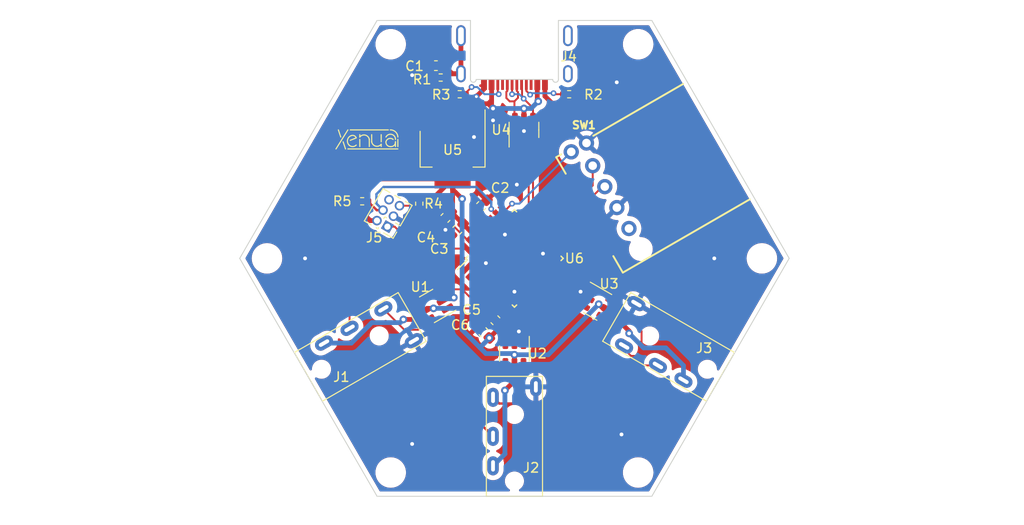
<source format=kicad_pcb>
(kicad_pcb (version 20211014) (generator pcbnew)

  (general
    (thickness 1.6)
  )

  (paper "A4")
  (layers
    (0 "F.Cu" signal)
    (31 "B.Cu" signal)
    (32 "B.Adhes" user "B.Adhesive")
    (33 "F.Adhes" user "F.Adhesive")
    (34 "B.Paste" user)
    (35 "F.Paste" user)
    (36 "B.SilkS" user "B.Silkscreen")
    (37 "F.SilkS" user "F.Silkscreen")
    (38 "B.Mask" user)
    (39 "F.Mask" user)
    (40 "Dwgs.User" user "User.Drawings")
    (41 "Cmts.User" user "User.Comments")
    (42 "Eco1.User" user "User.Eco1")
    (43 "Eco2.User" user "User.Eco2")
    (44 "Edge.Cuts" user)
    (45 "Margin" user)
    (46 "B.CrtYd" user "B.Courtyard")
    (47 "F.CrtYd" user "F.Courtyard")
    (48 "B.Fab" user)
    (49 "F.Fab" user)
    (50 "User.1" user)
    (51 "User.2" user)
    (52 "User.3" user)
    (53 "User.4" user)
    (54 "User.5" user)
    (55 "User.6" user)
    (56 "User.7" user)
    (57 "User.8" user)
    (58 "User.9" user)
  )

  (setup
    (stackup
      (layer "F.SilkS" (type "Top Silk Screen"))
      (layer "F.Paste" (type "Top Solder Paste"))
      (layer "F.Mask" (type "Top Solder Mask") (thickness 0.01))
      (layer "F.Cu" (type "copper") (thickness 0.035))
      (layer "dielectric 1" (type "core") (thickness 1.51) (material "FR4") (epsilon_r 4.5) (loss_tangent 0.02))
      (layer "B.Cu" (type "copper") (thickness 0.035))
      (layer "B.Mask" (type "Bottom Solder Mask") (thickness 0.01))
      (layer "B.Paste" (type "Bottom Solder Paste"))
      (layer "B.SilkS" (type "Bottom Silk Screen"))
      (copper_finish "None")
      (dielectric_constraints no)
    )
    (pad_to_mask_clearance 0)
    (pcbplotparams
      (layerselection 0x00010fc_ffffffff)
      (disableapertmacros false)
      (usegerberextensions false)
      (usegerberattributes true)
      (usegerberadvancedattributes true)
      (creategerberjobfile true)
      (svguseinch false)
      (svgprecision 6)
      (excludeedgelayer true)
      (plotframeref false)
      (viasonmask false)
      (mode 1)
      (useauxorigin false)
      (hpglpennumber 1)
      (hpglpenspeed 20)
      (hpglpendiameter 15.000000)
      (dxfpolygonmode true)
      (dxfimperialunits true)
      (dxfusepcbnewfont true)
      (psnegative false)
      (psa4output false)
      (plotreference true)
      (plotvalue true)
      (plotinvisibletext false)
      (sketchpadsonfab false)
      (subtractmaskfromsilk false)
      (outputformat 1)
      (mirror false)
      (drillshape 1)
      (scaleselection 1)
      (outputdirectory "")
    )
  )

  (net 0 "")
  (net 1 "Net-(C1-Pad1)")
  (net 2 "GND")
  (net 3 "Net-(C2-Pad2)")
  (net 4 "+3V3")
  (net 5 "Net-(J1-PadR1)")
  (net 6 "Net-(J1-PadR2)")
  (net 7 "Net-(J2-PadR1)")
  (net 8 "Net-(J2-PadR2)")
  (net 9 "Net-(J3-PadR1)")
  (net 10 "Net-(J3-PadR2)")
  (net 11 "/SWDIO")
  (net 12 "/RST")
  (net 13 "/SWCLK")
  (net 14 "unconnected-(J5-Pad6)")
  (net 15 "Net-(J4-PadA5)")
  (net 16 "Net-(J4-PadB5)")
  (net 17 "/P1_SCL")
  (net 18 "/P1_SDA")
  (net 19 "/P2_SCL")
  (net 20 "/P2_SDA")
  (net 21 "/P3_SCL")
  (net 22 "/P3_SDA")
  (net 23 "/USBD-")
  (net 24 "/USBD+")
  (net 25 "/DP")
  (net 26 "VBUS")
  (net 27 "/DM")
  (net 28 "unconnected-(U6-Pad1)")
  (net 29 "unconnected-(U6-Pad2)")
  (net 30 "unconnected-(U6-Pad3)")
  (net 31 "unconnected-(U6-Pad4)")
  (net 32 "unconnected-(U6-Pad7)")
  (net 33 "unconnected-(U6-Pad8)")
  (net 34 "unconnected-(U6-Pad13)")
  (net 35 "unconnected-(U6-Pad14)")
  (net 36 "unconnected-(U6-Pad15)")
  (net 37 "unconnected-(U6-Pad16)")
  (net 38 "unconnected-(U6-Pad22)")
  (net 39 "unconnected-(U6-Pad27)")
  (net 40 "unconnected-(J4-PadA8)")
  (net 41 "unconnected-(J4-PadB8)")
  (net 42 "/SW1")
  (net 43 "/SW_A")
  (net 44 "/SW_B")
  (net 45 "unconnected-(U6-Pad21)")

  (footprint "Package_TO_SOT_SMD:SOT-23-6" (layer "F.Cu") (at 187 52 -150))

  (footprint "pj320a:Jack_3.5mm_PJ320A_Horizontal" (layer "F.Cu") (at 175.229681 58.65 30))

  (footprint "MountingHole:MountingHole_2.2mm_M2_DIN965" (layer "F.Cu") (at 208.5 69.5))

  (footprint "Package_TO_SOT_SMD:SOT-23-6" (layer "F.Cu") (at 195.5 57 -90))

  (footprint "MountingHole:MountingHole_2.2mm_M2_DIN965" (layer "F.Cu") (at 182.5 24.5))

  (footprint "Resistor_SMD:R_0402_1005Metric_Pad0.72x0.64mm_HandSolder" (layer "F.Cu") (at 185.5 41.25 -90))

  (footprint "Resistor_SMD:R_0402_1005Metric_Pad0.72x0.64mm_HandSolder" (layer "F.Cu") (at 189.75 29.75))

  (footprint "Capacitor_SMD:C_0603_1608Metric_Pad1.08x0.95mm_HandSolder" (layer "F.Cu") (at 192.25 54.75 135))

  (footprint "MountingHole:MountingHole_2.2mm_M2_DIN965" (layer "F.Cu") (at 208.5 24.5))

  (footprint "Capacitor_SMD:C_0603_1608Metric_Pad1.08x0.95mm_HandSolder" (layer "F.Cu") (at 189.5 44 -135))

  (footprint "Package_TO_SOT_SMD:SOT-23-6" (layer "F.Cu") (at 196.5 33.5 90))

  (footprint "MountingHole:MountingHole_2.2mm_M2_DIN965" (layer "F.Cu") (at 169.5 47))

  (footprint "Resistor_SMD:R_0402_1005Metric_Pad0.72x0.64mm_HandSolder" (layer "F.Cu") (at 201.25 29.75))

  (footprint "Capacitor_SMD:C_0603_1608Metric_Pad1.08x0.95mm_HandSolder" (layer "F.Cu") (at 187.25 26.75 180))

  (footprint "Capacitor_SMD:C_0603_1608Metric_Pad1.08x0.95mm_HandSolder" (layer "F.Cu") (at 192 41.5 -135))

  (footprint "Resistor_SMD:R_0402_1005Metric_Pad0.72x0.64mm_HandSolder" (layer "F.Cu") (at 187.75 28 180))

  (footprint "xenua:USB_C_Receptacle_GCT_USB4510" (layer "F.Cu") (at 195.5 22 180))

  (footprint "pj320a:Jack_3.5mm_PJ320A_Horizontal" (layer "F.Cu") (at 215.770319 58.65 150))

  (footprint "pj320a:Jack_3.5mm_PJ320A_Horizontal" (layer "F.Cu") (at 195.5 70.4 90))

  (footprint "xenua:EVQWGD001" (layer "F.Cu") (at 210.5 37.75 30))

  (footprint "xenua:sig" (layer "F.Cu") (at 176.75 35.5))

  (footprint "Package_QFP:TQFP-32_7x7mm_P0.8mm" (layer "F.Cu") (at 195.5 47 45))

  (footprint "Package_TO_SOT_SMD:SOT-223-3_TabPin2" (layer "F.Cu") (at 189 35.5 -90))

  (footprint "Capacitor_SMD:C_0603_1608Metric_Pad1.08x0.95mm_HandSolder" (layer "F.Cu") (at 188.25 42.75 -135))

  (footprint "Connector_PinHeader_1.27mm:PinHeader_2x03_P1.27mm_Vertical" (layer "F.Cu") (at 182.153766 43.666683 150))

  (footprint "MountingHole:MountingHole_2.2mm_M2_DIN965" (layer "F.Cu") (at 182.5 69.5))

  (footprint "Resistor_SMD:R_0402_1005Metric_Pad0.72x0.64mm_HandSolder" (layer "F.Cu") (at 179.5 41 180))

  (footprint "Package_TO_SOT_SMD:SOT-23-6" (layer "F.Cu") (at 204.25 51.75 -30))

  (footprint "MountingHole:MountingHole_2.2mm_M2_DIN965" (layer "F.Cu") (at 221.5 47))

  (footprint "Capacitor_SMD:C_0603_1608Metric_Pad1.08x0.95mm_HandSolder" (layer "F.Cu") (at 193.5 53.5 135))

  (gr_line (start 195.5 28.3) (end 196.5 28.3) (layer "Dwgs.User") (width 0.15) (tstamp 31bd80de-4bb5-4c77-a663-2affc4147372))
  (gr_line (start 195.5 28.3) (end 194.5 28.3) (layer "Dwgs.User") (width 0.15) (tstamp 944dbd01-505d-494d-9f63-f2c8bd1db418))
  (gr_line (start 224.368 47) (end 209.934 72) (layer "Edge.Cuts") (width 0.1) (tstamp 0743bc59-afe2-4752-9e56-a24822d18aaa))
  (gr_line (start 181.066 22) (end 166.632 47) (layer "Edge.Cuts") (width 0.1) (tstamp 473ddb9d-3e9e-4912-a8c3-fb5b4dbbf8df))
  (gr_line (start 200.12 22) (end 209.934 22) (layer "Edge.Cuts") (width 0.1) (tstamp a6571e26-fdcf-48c3-8604-da94c9af25e8))
  (gr_line (start 181.066 72) (end 209.934 72) (layer "Edge.Cuts") (width 0.1) (tstamp c8afab4b-9964-4341-bc31-892e7e579723))
  (gr_line (start 224.368 47) (end 209.934 22) (layer "Edge.Cuts") (width 0.1) (tstamp dd35352e-d89e-484d-bef8-bac58c66a85a))
  (gr_line (start 166.632 47) (end 181.066 72) (layer "Edge.Cuts") (width 0.1) (tstamp ee989edf-8027-449d-bb77-fbb7e3e7649d))
  (gr_line (start 181.066 22) (end 190.88 22) (layer "Edge.Cuts") (width 0.1) (tstamp f46c70dd-2f86-4294-a0b2-5b136aa818ef))

  (segment (start 189.88 27.6) (end 188.7475 27.6) (width 0.5) (layer "F.Cu") (net 1) (tstamp 3f1b46a9-de00-44b6-b302-95ba5d4fc7be))
  (segment (start 189.88 27.6) (end 188.9625 27.6) (width 0.5) (layer "F.Cu") (net 1) (tstamp 696e0eb6-f485-454f-b142-a24b3e59a953))
  (segment (start 189.88 23.6) (end 189.88 27.6) (width 0.5) (layer "F.Cu") (net 1) (tstamp 8ef27395-8f02-4464-91f7-6df2b86cc43f))
  (segment (start 188.7475 27.6) (end 188.3475 28) (width 0.5) (layer "F.Cu") (net 1) (tstamp a8438cf0-2b94-4a9d-8963-c8f4621cc31d))
  (segment (start 188.9625 27.6) (end 188.1125 26.75) (width 0.5) (layer "F.Cu") (net 1) (tstamp d354ecac-b3bc-4fed-903e-10d10882139b))
  (segment (start 188.85988 44.60988) (end 188.25 44) (width 0.5) (layer "F.Cu") (net 2) (tstamp 03719843-5435-4291-8e92-d5b393806fb9))
  (segment (start 187.64012 43.35988) (end 187.64012 43.60988) (width 0.5) (layer "F.Cu") (net 2) (tstamp 11dc4169-9f40-4605-8579-68c147f18d6b))
  (segment (start 196.171573 50.5) (end 195.5 50.5) (width 0.5) (layer "F.Cu") (net 2) (tstamp 19231caf-260d-414a-8f99-844fa96fa85d))
  (segment (start 191.3 32.35) (end 191.3 34.2) (width 0.5) (layer "F.Cu") (net 2) (tstamp 1ef98e3c-1ed0-4ea3-997b-56d6e4637e06))
  (segment (start 203.13075 51.18125) (end 202.4495 50.5) (width 0.5) (layer "F.Cu") (net 2) (tstamp 215ce0f6-5af5-4b67-ae69-b288192d34e1))
  (segment (start 201.8475 29.9025) (end 201 30.75) (width 0.5) (layer "F.Cu") (net 2) (tstamp 27f54d44-db75-494a-bf17-28711be56dd5))
  (segment (start 201 30.75) (end 199.5 30.75) (width 0.5) (layer "F.Cu") (net 2) (tstamp 3367fb38-f56e-440d-91f9-dfa690d3f082))
  (segment (start 188.89012 44.60988) (end 188.85988 44.60988) (width 0.5) (layer "F.Cu") (net 2) (tstamp 3a447120-bb13-4c44-a114-ff648619224b))
  (segment (start 191.64012 54.14012) (end 191.34012 54.14012) (width 0.5) (layer "F.Cu") (net 2) (tstamp 4301754c-6d5d-4383-afc6-8c9a9e772a4c))
  (segment (start 191.3 32.35) (end 193.1 32.35) (width 0.5) (layer "F.Cu") (net 2) (tstamp 55f1c4af-adb5-49e0-ace7-9fc384f5d29d))
  (segment (start 193.565686 44.5) (end 194.5 44.5) (width 0.5) (layer "F.Cu") (net 2) (tstamp 671095b0-ed5a-4ae7-ac85-9ee83cba59d8))
  (segment (start 187.64012 43.39012) (end 188.25 44) (width 0.5) (layer "F.Cu") (net 2) (tstamp 6fc9f2c2-bef9-48e2-9027-eb42ac7b78fe))
  (segment (start 193.1 32.35) (end 193.25 32.5) (width 0.5) (layer "F.Cu") (net 2) (tstamp 76bbad38-00e2-41b2-9ddd-aff8d95e873f))
  (segment (start 187.64012 43.35988) (end 187.64012 43.39012) (width 0.5) (layer "F.Cu") (net 2) (tstamp 8143a189-78e8-4949-9928-620769923d07))
  (segment (start 192.777639 43.711953) (end 193.565686 44.5) (width 0.5) (layer "F.Cu") (net 2) (tstamp 844267ab-0c59-45ad-9cf9-19c1e73a2831))
  (segment (start 191.3 32.35) (end 191.3 32.45) (width 0.5) (layer "F.Cu") (net 2) (tstamp 86b0791e-e64d-41a6-9b4e-9b2d1dee1dac))
  (segment (start 192.3 28.75) (end 192.3 29.200489) (width 0.5) (layer "F.Cu") (net 2) (tstamp 8732a11f-3ef6-4396-b98d-830ac6bfa2c8))
  (segment (start 198.7 29.95) (end 198.7 28.75) (width 0.5) (layer "F.Cu") (net 2) (tstamp 89e4cfba-750c-4083-acc4-ed21bb6833df))
  (segment (start 188.296732 51.119622) (end 189.130378 51.119622) (width 0.5) (layer "F.Cu") (net 2) (tstamp 976eff56-3816-452d-9c77-d211b78adaef))
  (segment (start 187.985104 51.43125) (end 188.296732 51.119622) (width 0.5) (layer "F.Cu") (net 2) (tstamp 9821fdbc-a1cd-4bf4-b25b-5f699978c34b))
  (segment (start 191.3 34.2) (end 191.25 34.25) (width 0.5) (layer "F.Cu") (net 2) (tstamp 9a5c3670-eaa7-4dcf-9286-43ba42ac67e7))
  (segment (start 196.5 34.6375) (end 196.5 33.6245) (width 0.5) (layer "F.Cu") (net 2) (tstamp a3af9b14-6380-4eca-a818-510262168f6c))
  (segment (start 203.264896 51.18125) (end 203.13075 51.18125) (width 0.5) (layer "F.Cu") (net 2) (tstamp a6e977e2-d6fd-497d-8dbf-799018d7fc04))
  (segment (start 192.60988 40.89012) (end 192.85988 40.89012) (width 0.5) (layer "F.Cu") (net 2) (tstamp b9c85551-8712-46b2-8570-ce78df9e2527))
  (segment (start 199.5 30.75) (end 198.7 29.95) (width 0.5) (layer "F.Cu") (net 2) (tstamp bb5948b2-3dac-442f-abc5-abb89dbc4ff5))
  (segment (start 195.5 55.8625) (end 195.5 55.144439) (width 0.5) (layer "F.Cu") (net 2) (tstamp bd5982a1-f298-433e-aa00-1ad636989dff))
  (segment (start 197.09099 51.419417) (end 196.171573 50.5) (width 0.5) (layer "F.Cu") (net 2) (tstamp cb6c4e8c-26d9-4358-bd61-00ae2e9a6b1a))
  (segment (start 201.8475 29.75) (end 201.8475 29.9025) (width 0.5) (layer "F.Cu") (net 2) (tstamp d0f6e10f-1fd2-416c-88b9-9d59eb93655c))
  (segment (start 192.3 29.200489) (end 191.5 30.000489) (width 0.5) (layer "F.Cu") (net 2) (tstamp d2070829-6614-4d36-90ec-2c8dd2f421fd))
  (segment (start 191.3 32.45) (end 191.25 32.5) (width 0.5) (layer "F.Cu") (net 2) (tstamp e8fa3293-2de2-4a5a-9283-356607904c7c))
  (segment (start 195.5 55.144439) (end 195.964813 54.679626) (width 0.5) (layer "F.Cu") (net 2) (tstamp fae566e4-cd29-42fd-a0cf-1046552b93b0))
  (via (at 216.5 47) (size 0.8) (drill 0.4) (layers "F.Cu" "B.Cu") (free) (net 2) (tstamp 03236581-83d5-46f9-9b92-dfba08a17e3e))
  (via (at 191.25 34.25) (size 0.8) (drill 0.4) (layers "F.Cu" "B.Cu") (net 2) (tstamp 1c4bf035-050b-405c-bea5-ceb3db0151fd))
  (via (at 195.964813 54.679626) (size 0.8) (drill 0.4) (layers "F.Cu" "B.Cu") (net 2) (tstamp 2eb2e4d3-f2ce-4f29-9070-1c4837a13861))
  (via (at 188.25 44) (size 0.8) (drill 0.4) (layers "F.Cu" "B.Cu") (net 2) (tstamp 2fe521ff-d6d1-4c05-8296-4c946423024c))
  (via (at 194.5 44.5) (size 0.8) (drill 0.4) (layers "F.Cu" "B.Cu") (free) (net 2) (tstamp 3b4c2257-f4dd-4ad9-b415-910c47910fb8))
  (via (at 192.5 47.5) (size 0.8) (drill 0.4) (layers "F.Cu" "B.Cu") (free) (net 2) (tstamp 43044d53-b707-4d3a-afb5-42d6b6af2e7c))
  (via (at 195.5 50.5) (size 0.8) (drill 0.4) (layers "F.Cu" "B.Cu") (free) (net 2) (tstamp 6431d07b-1cc3-48bf-98c9-a73b1e3fc17b))
  (via (at 173.5 47) (size 0.8) (drill 0.4) (layers "F.Cu" "B.Cu") (free) (net 2) (tstamp 841a072b-b3fa-45b8-a76b-f9a5c81a1364))
  (via (at 191.5 30.000489) (size 0.6) (drill 0.3) (layers "F.Cu" "B.Cu") (net 2) (tstamp 91f3669f-b5e2-4adf-afb0-e37eed958e60))
  (via (at 202.4495 50.5) (size 0.8) (drill 0.4) (layers "F.Cu" "B.Cu") (net 2) (tstamp 9707b9bf-a5fc-4e09-aebe-5bc06e829499))
  (via (at 206.75 65.5) (size 0.8) (drill 0.4) (layers "F.Cu" "B.Cu") (free) (net 2) (tstamp adb90deb-6853-4230-a382-6c8831b3f4f3))
  (via (at 198.5 46.5) (size 0.8) (drill 0.4) (layers "F.Cu" "B.Cu") (free) (net 2) (tstamp b439546a-c621-4887-b3aa-bc0ca20da5cb))
  (via (at 189.130378 51.119622) (size 0.8) (drill 0.4) (layers "F.Cu" "B.Cu") (net 2) (tstamp b6eda8ee-c639-4010-a71e-f418426c448a))
  (via (at 195.75 39.25) (size 0.8) (drill 0.4) (layers "F.Cu" "B.Cu") (free) (net 2) (tstamp bc4305ae-ca06-4789-823d-45aef5e290e2))
  (via (at 184.75 27.75) (size 0.8) (drill 0.4) (layers "F.Cu" "B.Cu") (free) (net 2) (tstamp c490a0cc-a139-4ae9-b6ad-1f989dec564b))
  (via (at 193.25 32.5) (size 0.8) (drill 0.4) (layers "F.Cu" "B.Cu") (net 2) (tstamp c569fb6a-628e-48b4-805b-d04f577f815a))
  (via (at 196.5 33.6245) (size 0.8) (drill 0.4) (layers "F.Cu" "B.Cu") (net 2) (tstamp d52eb3e6-c3f0-4f18-ac0b-40f1f9e6fd5e))
  (via (at 206.25 28.5) (size 0.8) (drill 0.4) (layers "F.Cu" "B.Cu") (free) (net 2) (tstamp f0d4f2d5-ebc4-472c-9ad0-46e60ab32a6a))
  (via (at 184.75 66.5) (size 0.8) (drill 0.4) (layers "F.Cu" "B.Cu") (free) (net 2) (tstamp fd8cd4a1-8cce-4033-93c0-c4b68cc71c6b))
  (segment (start 192.211953 44.277639) (end 191.39012 43.455806) (width 0.3) (layer "F.Cu") (net 3) (tstamp 1bd98adf-6059-495f-94b7-9f4ef4e778fb))
  (segment (start 191.39012 43.455806) (end 191.39012 42.10988) (width 0.3) (layer "F.Cu") (net 3) (tstamp 22f790b9-c1d9-412d-ac0e-7bd254369216))
  (segment (start 190.10988 43.39012) (end 188.85988 42.14012) (width 0.5) (layer "F.Cu") (net 4) (tstamp 0376f97d-4fda-40e2-8ae7-be256dd0b17a))
  (segment (start 205.235104 52.31875) (end 204.864321 52.31875) (width 0.5) (layer "F.Cu") (net 4) (tstamp 04cd1be7-98f7-4cec-9bc2-093fcec1606d))
  (segment (start 189 38.65) (end 189 42) (width 0.5) (layer "F.Cu") (net 4) (tstamp 04d8fd5a-af67-40da-a8c2-f7fab9d79c3b))
  (segment (start 180.346808 43.031683) (end 181.053914 43.031683) (width 0.5) (layer "F.Cu") (net 4) (tstamp 05c774ee-1959-4a16-b1aa-463d07c36000))
  (segment (start 178.9025 39.5975) (end 178.9025 41) (width 0.5) (layer "F.Cu") (net 4) (tstamp 0b25d268-c1de-4944-b54c-bbdbe2b2ccd7))
  (segment (start 191.646268 44.843324) (end 191.563084 44.843324) (width 0.5) (layer "F.Cu") (net 4) (tstamp 23bdbd44-4a30-4d2c-b3c5-4d4dfb6ad7d1))
  (segment (start 186.014896 52.56875) (end 185.165399 53.418247) (width 0.5) (layer "F.Cu") (net 4) (tstamp 32dcc70a-1e38-4dff-8bd2-7fe6cd7ba6cd))
  (segment (start 195.5 58.1375) (end 195.5 59.8755) (width 0.5) (layer "F.Cu") (net 4) (tstamp 37df637f-662f-40f0-adc0-7d1db39f5ebd))
  (segment (start 189 32.35) (end 189 38.65) (width 0.5) (layer "F.Cu") (net 4) (tstamp 37ffdb94-6f74-4094-8d04-8477df25c710))
  (segment (start 187 52.25) (end 186.333646 52.25) (width 0.5) (layer "F.Cu") (net 4) (tstamp 4fd2be35-f3dc-4152-8d6b-941d855e1521))
  (segment (start 185.5 40.6525) (end 186.9975 40.6525) (width 0.5) (layer "F.Cu") (net 4) (tstamp 5a39367f-3e07-4291-b768-0eec713e54da))
  (segment (start 189 39.75) (end 190 40.75) (width 0.5) (layer "F.Cu") (net 4) (tstamp 5f0d7789-3d8e-4525-b01d-b4b0497082e8))
  (segment (start 191.563084 44.843324) (end 190.10988 43.39012) (width 0.5) (layer "F.Cu") (net 4) (tstamp 653c887b-6912-4e12-9d5b-b353929ef1fc))
  (segment (start 205.235104 52.31875) (end 205.31875 52.31875) (width 0.5) (layer "F.Cu") (net 4) (tstamp 6a1464e6-525c-4f06-8066-5df619f0f8e1))
  (segment (start 189 42) (end 188.85988 42.14012) (width 0.5) (layer "F.Cu") (net 4) (tstamp 80b217b0-d0e1-4411-b435-32e96c858e1f))
  (segment (start 196.234657 51.985103) (end 194.10988 54.10988) (width 0.5) (layer "F.Cu") (net 4) (tstamp 83428e0e-6169-45e1-8979-696ca9eea4f3))
  (segment (start 204.864321 52.31875) (end 204.357821 51.81225) (width 0.5) (layer "F.Cu") (net 4) (tstamp 87595e44-a48a-4a99-85f5-ef2ea90c9e37))
  (segment (start 207.5505 54.634146) (end 207.5505 54.880378) (width 0.5) (layer "F.Cu") (net 4) (tstamp 8b5bfda2-79a7-4762-a6d8-16647750378e))
  (segment (start 205.235104 52.31875) (end 207.5505 54.634146) (width 0.5) (layer "F.Cu") (net 4) (tstamp 9e999c9d-e058-4f07-9aa3-a9dc594b76bf))
  (segment (start 189 38.65) (end 179.85 38.65) (width 0.5) (layer "F.Cu") (net 4) (tstamp a7b7c2bc-370b-479f-abce-4c34481bb786))
  (segment (start 196.525305 51.985103) (end 196.234657 51.985103) (width 0.5) (layer "F.Cu") (net 4) (tstamp a9eb8cd6-d2df-495d-97f8-cf25705e5da3))
  (segment (start 178.9025 41) (end 178.9025 41.587375) (width 0.5) (layer "F.Cu") (net 4) (tstamp ab021000-6b5b-43ea-b7a1-ecc24ef9d51a))
  (segment (start 179.85 38.65) (end 178.9025 39.5975) (width 0.5) (layer "F.Cu") (net 4) (tstamp ac9a04f9-189d-453a-af6b-7bad155ec96b))
  (segment (start 195.5 59.8755) (end 194.5 60.8755) (width 0.5) (layer "F.Cu") (net 4) (tstamp b98b2aa4-f17c-4944-a63b-517efd27344b))
  (segment (start 178.9025 41.587375) (end 180.346808 43.031683) (width 0.5) (layer "F.Cu") (net 4) (tstamp bccd5a46-1da8-4bf1-9b2a-fb1f16fc8920))
  (segment (start 194.10988 54.10988) (end 192.85988 55.35988) (width 0.5) (layer "F.Cu") (net 4) (tstamp c71cbc25-a226-480e-9120-4c90056547ed))
  (segment (start 186.9975 40.6525) (end 189 38.65) (width 0.5) (layer "F.Cu") (net 4) (tstamp d0f049fb-26c8-40cf-b864-89ecd411f7f5))
  (segment (start 185.165399 53.418247) (end 183.831753 53.418247) (width 0.5) (layer "F.Cu") (net 4) (tstamp db128544-f66c-42f4-beb9-1d8c80c15d88))
  (segment (start 186.333646 52.25) (end 186.014896 52.56875) (width 0.5) (layer "F.Cu") (net 4) (tstamp f358ac6b-17e0-4c47-9f05-8773630c08f8))
  (segment (start 195.5 58.1375) (end 195.5 57.1245) (width 0.5) (layer "F.Cu") (net 4) (tstamp fa5ea037-1b76-4529-80bf-e23d4b9a0e7b))
  (segment (start 189 38.65) (end 189 39.75) (width 0.5) (layer "F.Cu") (net 4) (tstamp fa65d098-5ecb-45ca-921d-eeb8930cd867))
  (via (at 207.5505 54.880378) (size 0.8) (drill 0.4) (layers "F.Cu" "B.Cu") (net 4) (tstamp 15841606-09ac-42c9-ac6d-455675705d16))
  (via (at 192.85988 55.35988) (size 0.8) (drill 0.4) (layers "F.Cu" "B.Cu") (net 4) (tstamp 1c637a12-9164-4b3f-bfa5-f05fb9034af2))
  (via (at 190 40.75) (size 0.8) (drill 0.4) (layers "F.Cu" "B.Cu") (net 4) (tstamp 1fd275a0-197e-4d60-9ea7-4acf500af443))
  (via (at 195.5 57.1245) (size 0.8) (drill 0.4) (layers "F.Cu" "B.Cu") (net 4) (tstamp 3cf37809-8882-441f-bd8e-11eadeb9b4f2))
  (via (at 194.5 60.8755) (size 0.8) (drill 0.4) (layers "F.Cu" "B.Cu") (net 4) (tstamp 4e3faa3b-685b-4b59-bbf2-b4a54ad2dfc1))
  (via (at 183.831753 53.418247) (size 0.8) (drill 0.4) (layers "F.Cu" "B.Cu") (net 4) (tstamp 60d2675f-2544-4550-ba8e-d0ef2889d24f))
  (via (at 187 52.25) (size 0.8) (drill 0.4) (layers "F.Cu" "B.Cu") (net 4) (tstamp 88c5b4a9-3364-45ea-b9c0-bb33f0271133))
  (via (at 204.357821 51.81225) (size 0.8) (drill 0.4) (layers "F.Cu" "B.Cu") (net 4) (tstamp b9112406-6880-496a-8cf3-329d93d8abc3))
  (segment (start 199.045571 57.1245) (end 204.357821 51.81225) (width 0.5) (layer "B.Cu") (net 4) (tstamp 06ce9a2f-62c9-4ebd-81db-3fa9016ba633))
  (segment (start 190 40.75) (end 190 51.5) (width 0.5) (layer "B.Cu") (net 4) (tstamp 06cf9d8c-80ee-474a-9941-3419d77ef170))
  (segment (start 190 52.25) (end 187 52.25) (width 0.5) (layer "B.Cu") (net 4) (tstamp 0f2345df-1720-4a1d-8df4-9dea06adef0f))
  (segment (start 190 54.5) (end 191.875 56.375) (width 0.5) (layer "B.Cu") (net 4) (tstamp 19a9d3b5-5aa1-449e-ab8e-d103756ba404))
  (segment (start 191.875 56.375) (end 192.5 57) (width 0.5) (layer "B.Cu") (net 4) (tstamp 1c370c68-124e-4b3b-87da-08abf9cdb16f))
  (segment (start 183.831753 53.418247) (end 183.5 53.75) (width 0.5) (layer "B.Cu") (net 4) (tstamp 3808ff98-c381-4bc8-9063-5fab6223c5fb))
  (segment (start 180.515644 53.75) (end 178.364201 55.901443) (width 0.5) (layer "B.Cu") (net 4) (tstamp 3f9a7152-7e4a-4640-b4c9-cab06e70526d))
  (segment (start 192.5 57) (end 195.3755 57) (width 0.5) (layer "B.Cu") (net 4) (tstamp 41eb36ad-85e7-4f39-8dca-cb50bceb3b2a))
  (segment (start 207.5505 54.880378) (end 209.070122 56.4) (width 0.5) (layer "B.Cu") (net 4) (tstamp 48c439fd-8a6d-4e60-bfad-1018cdb1bb64))
  (segment (start 209.070122 56.4) (end 211.4 56.4) (width 0.5) (layer "B.Cu") (net 4) (tstamp 6a72969c-584a-408a-8c75-b04f16c58fd0))
  (segment (start 194.500479 67.549521) (end 193.25 68.8) (width 0.5) (layer "B.Cu") (net 4) (tstamp 6caa2e3f-ef48-497a-bf14-515d1d49eab1))
  (segment (start 194.5 67.549042) (end 194.500479 67.549521) (width 0.5) (layer "B.Cu") (net 4) (tstamp 8432ad66-11f6-4e42-a8a0-b21c4ff6140a))
  (segment (start 183.5 53.75) (end 180.515644 53.75) (width 0.5) (layer "B.Cu") (net 4) (tstamp 8ed34d6f-8f07-44c1-a2a3-f184d6d9a08f))
  (segment (start 195.3755 57) (end 195.5 57.1245) (width 0.5) (layer "B.Cu") (net 4) (tstamp 933a5253-1d0e-4516-b330-14ba65ca36d4))
  (segment (start 195.5 57.1245) (end 199.045571 57.1245) (width 0.5) (layer "B.Cu") (net 4) (tstamp ab21e7a8-ef62-40a0-a378-209c765cc4bb))
  (segment (start 204.357821 51.81225) (end 204.357821 51.892179) (width 0.5) (layer "B.Cu") (net 4) (tstamp b47a98da-d24c-4742-b64e-3ffd9972ce0f))
  (segment (start 211.4 56.4) (end 213.259678 58.259678) (width 0.5) (layer "B.Cu") (net 4) (tstamp b6af3339-77e3-4805-9423-056f5e2a366f))
  (segment (start 213.259678 58.259678) (end 213.259678 59.798557) (width 0.5) (layer "B.Cu") (net 4) (tstamp be23aa73-d1da-4488-a1e1-b3cf08c1510c))
  (segment (start 190 52.25) (end 190 54.5) (width 0.5) (layer "B.Cu") (net 4) (tstamp c60c4acf-3d6f-48da-b735-ac7a7ae5c6f8))
  (segment (start 192.85988 55.35988) (end 192.85988 55.39012) (width 0.5) (layer "B.Cu") (net 4) (tstamp cfc1a7f1-4f5f-4e2a-9495-cffc1dc92ace))
  (segment (start 190 51.5) (end 190 52.25) (width 0.5) (layer "B.Cu") (net 4) (tstamp d648426c-8d06-4374-a9d5-f0dd792d2bcf))
  (segment (start 178.364201 55.901443) (end 175.490322 55.901443) (width 0.5) (layer "B.Cu") (net 4) (tstamp e5ad5b73-1a14-43b4-b264-e78da8de87af))
  (segment (start 194.5 60.8755) (end 194.5 67.549042) (width 0.5) (layer "B.Cu") (net 4) (tstamp ef8deca4-cde3-44ed-8f08-1405b9ee4373))
  (segment (start 192.85988 55.39012) (end 191.875 56.375) (width 0.5) (layer "B.Cu") (net 4) (tstamp fb96b022-c681-407f-ac0d-f5be84121c37))
  (segment (start 186.489896 53.391474) (end 185.38137 54.5) (width 0.2) (layer "F.Cu") (net 5) (tstamp 353d10af-18da-4a76-9647-8341271e9bc7))
  (segment (start 183.924262 54.5) (end 181.725705 52.301443) (width 0.2) (layer "F.Cu") (net 5) (tstamp 9db3c135-a7d1-4169-863d-387a1cae1452))
  (segment (start 185.38137 54.5) (end 183.924262 54.5) (width 0.2) (layer "F.Cu") (net 5) (tstamp c11d72ca-3e41-4275-9076-51eecae6a09c))
  (segment (start 184.29387 50.5) (end 180.5 50.5) (width 0.2) (layer "F.Cu") (net 6) (tstamp 28735097-78ba-4ee8-81ae-409197c70305))
  (segment (start 185.539896 51.746026) (end 184.29387 50.5) (width 0.2) (layer "F.Cu") (net 6) (tstamp 53af02fe-5e71-4006-828c-d42765cd6a8f))
  (segment (start 180.5 50.5) (end 178.175 52.825) (width 0.2) (layer "F.Cu") (net 6) (tstamp c6c2dde5-ac0c-4e64-8327-e95b073235c7))
  (segment (start 178.175 52.825) (end 178.175 54.351443) (width 0.2) (layer "F.Cu") (net 6) (tstamp f4b1fa00-7406-401d-8a77-cbd0708ac181))
  (segment (start 193.9 62.25) (end 193.25 61.6) (width 0.25) (layer "F.Cu") (net 7) (tstamp 4eefa2b9-0a99-4c31-a73e-dce3db494272))
  (segment (start 196.45 61.55) (end 195.75 62.25) (width 0.25) (layer "F.Cu") (net 7) (tstamp 86e056d6-76c2-4709-978d-24c455de32ce))
  (segment (start 196.45 58.1375) (end 196.45 61.55) (width 0.25) (layer "F.Cu") (net 7) (tstamp b44709c6-5ba2-4a10-89f2-e6e6dd62901a))
  (segment (start 195.75 62.25) (end 193.9 62.25) (width 0.25) (layer "F.Cu") (net 7) (tstamp da11773f-51dd-4c3c-9be6-17f5dce699bf))
  (segment (start 194.55 58.1375) (end 193.8625 58.1375) (width 0.25) (layer "F.Cu") (net 8) (tstamp 254f268c-baf2-4dbe-bb24-9eda39397444))
  (segment (start 191.75 60.25) (end 191.75 64.2) (width 0.25) (layer "F.Cu") (net 8) (tstamp 2ff79a41-9f22-4fe1-94d5-4ed29213b079))
  (segment (start 193.8625 58.1375) (end 191.75 60.25) (width 0.25) (layer "F.Cu") (net 8) (tstamp 5549b63e-a6a1-4dc2-962d-37089633fd05))
  (segment (start 191.75 64.2) (end 193.25 65.7) (width 0.25) (layer "F.Cu") (net 8) (tstamp c273d2f8-f30a-40a7-abbc-97e240c283ea))
  (segment (start 208.85862 56.64138) (end 208.25 57.25) (width 0.2) (layer "F.Cu") (net 9) (tstamp 1d6f050a-f57a-47b3-9039-742132347180))
  (segment (start 207.301443 56.198557) (end 207.024295 56.198557) (width 0.2) (layer "F.Cu") (net 9) (tstamp 4e810807-0c41-44d0-b199-6913bd173b53))
  (segment (start 205.710104 51.496026) (end 208.85862 54.644542) (width 0.2) (layer "F.Cu") (net 9) (tstamp 50ffd615-f10b-4253-8658-03703cd99dc3))
  (segment (start 208.85862 54.644542) (end 208.85862 56.64138) (width 0.2) (layer "F.Cu") (net 9) (tstamp 8f19969c-d17f-4d36-8870-0cd59273e49a))
  (segment (start 207.024295 56.524295) (end 207.024295 56.198557) (width 0.2) (layer "F.Cu") (net 9) (tstamp 9e1aa8af-9c73-4730-9440-30f30f24e1f0))
  (segment (start 207.75 57.25) (end 207.024295 56.524295) (width 0.2) (layer "F.Cu") (net 9) (tstamp aef5b95f-7975-4077-9de2-5cd69d34a894))
  (segment (start 208.25 57.25) (end 207.75 57.25) (width 0.2) (layer "F.Cu") (net 9) (tstamp dbbb410e-c8d2-4c29-9329-ac9fd20547c3))
  (segment (start 204.760104 53.141474) (end 204.760104 56.760104) (width 0.2) (layer "F.Cu") (net 10) (tstamp 09401383-4bc5-4bb2-b306-acda0cda34a5))
  (segment (start 204.760104 56.760104) (end 206.248557 58.248557) (width 0.2) (layer "F.Cu") (net 10) (tstamp 2a54ad79-ce49-4775-b894-c6c465703efd))
  (segment (start 206.248557 58.248557) (end 210.575 58.248557) (width 0.2) (layer "F.Cu") (net 10) (tstamp fbb243d1-c4af-4ee3-acac-1bb87f0b419f))
  (segment (start 185.224695 45.974695) (end 182.916683 43.666683) (width 0.2) (layer "F.Cu") (net 11) (tstamp 296ebd32-e25d-4bd3-a7a8-b8ebd7e26b00))
  (segment (start 182.916683 43.666683) (end 182.153766 43.666683) (width 0.2) (layer "F.Cu") (net 11) (tstamp 412a2419-90dc-42ae-88f1-174b8684a47f))
  (segment (start 190.514897 45.974695) (end 185.224695 45.974695) (width 0.2) (layer "F.Cu") (net 11) (tstamp ed467a56-dac6-42ac-a9df-e06eb1f09520))
  (segment (start 181.029331 41.931831) (end 180.0975 41) (width 0.25) (layer "F.Cu") (net 12) (tstamp 5a4791c9-b9ed-41f6-b265-552d18a43a2e))
  (segment (start 193.90901 42.580583) (end 193.824269 42.580583) (width 0.2) (layer "F.Cu") (net 12) (tstamp 6357d28d-fcbd-40b7-961f-a7d692fff642))
  (segment (start 193.824269 42.580583) (end 193.060275 41.816589) (width 0.2) (layer "F.Cu") (net 12) (tstamp 7e8c5425-170a-44fc-a23f-552d1e1bb870))
  (segment (start 181.688914 41.931831) (end 181.029331 41.931831) (width 0.25) (layer "F.Cu") (net 12) (tstamp ccc97130-bbf6-454d-940f-bd0a9632f06e))
  (via (at 193.060275 41.816589) (size 0.6) (drill 0.3) (layers "F.Cu" "B.Cu") (net 12) (tstamp 53fa3ef6-0a2b-41d2-b20d-15cb15e969b9))
  (segment (start 191.5 39.5) (end 193.060275 41.060275) (width 0.25) (layer "B.Cu") (net 12) (tstamp 134ed347-767a-447a-8bdc-ee68e573320f))
  (segment (start 181.75 39.5) (end 191.5 39.5) (width 0.25) (layer "B.Cu") (net 12) (tstamp 7010030d-2adb-4e30-ab63-b36f1f4c26fd))
  (segment (start 181 41.242917) (end 181 40.25) (width 0.25) (layer "B.Cu") (net 12) (tstamp 75b96414-c1ee-44a1-a2df-53f122350a25))
  (segment (start 181.688914 41.931831) (end 181 41.242917) (width 0.25) (layer "B.Cu") (net 12) (tstamp 81bebdcf-bfbb-44fc-8200-ec6a92487ddf))
  (segment (start 181 40.25) (end 181.75 39.5) (width 0.25) (layer "B.Cu") (net 12) (tstamp 82f99bb1-0875-4a9a-9ac1-5712d052d912))
  (segment (start 193.060275 41.060275) (end 193.060275 41.816589) (width 0.25) (layer "B.Cu") (net 12) (tstamp a352f24b-907d-4d9a-9eda-3e3aeac4974b))
  (segment (start 185.119478 41.466978) (end 183.423766 41.466978) (width 0.2) (layer "F.Cu") (net 13) (tstamp 06f044ff-7002-4904-b070-12615de2e004))
  (segment (start 187.3475 41.8475) (end 185.5 41.8475) (width 0.2) (layer "F.Cu") (net 13) (tstamp 0f6ab4cd-956a-4767-84ac-a5e850c1f202))
  (segment (start 185.5 41.8475) (end 185.119478 41.466978) (width 0.2) (layer "F.Cu") (net 13) (tstamp 49372423-06cc-42a9-bad7-851324c92eb0))
  (segment (start 191.080583 45.40901) (end 191.080583 45.330583) (width 0.2) (layer "F.Cu") (net 13) (tstamp 4e37322c-ddea-4cc7-9278-07ecb08ab408))
  (segment (start 183.423766 41.466978) (end 183.423766 41.076234) (width 0.25) (layer "F.Cu") (net 13) (tstamp 5f87f814-2341-47c5-8a30-0d1238b513e8))
  (segment (start 191.080583 45.40901) (end 190.90901 45.40901) (width 0.2) (layer "F.Cu") (net 13) (tstamp b70abe17-b29d-4332-9137-edcd735125e2))
  (segment (start 190.90901 45.40901) (end 187.3475 41.8475) (width 0.2) (layer "F.Cu") (net 13) (tstamp ccbaa850-f222-4316-80de-56880506881a))
  (segment (start 199.709954 29.75) (end 199.604977 29.645023) (width 0.2) (layer "F.Cu") (net 15) (tstamp 0f2989fe-e14b-4f4c-bc23-43109515bd9f))
  (segment (start 196.75 29.399002) (end 197.1505 29.799502) (width 0.2) (layer "F.Cu") (net 15) (tstamp 2f8079db-710c-4859-ad0d-c38afc13e87c))
  (segment (start 200.6525 29.75) (end 199.709954 29.75) (width 0.2) (layer "F.Cu") (net 15) (tstamp c98c3d48-6450-4747-80bf-9ca977001a74))
  (segment (start 196.75 28.75) (end 196.75 29.399002) (width 0.2) (layer "F.Cu") (net 15) (tstamp cd330023-e309-46ff-baed-7143880691a1))
  (via (at 199.604977 29.645023) (size 0.6) (drill 0.3) (layers "F.Cu" "B.Cu") (net 15) (tstamp 04b76b8f-5b44-4aaf-acf4-0aa5c5236610))
  (via (at 197.1505 29.799502) (size 0.6) (drill 0.3) (layers "F.Cu" "B.Cu") (net 15) (tstamp 5330b404-de89-4de2-ad3a-4d341b55b232))
  (segment (start 199.604977 29.645023) (end 197.304979 29.645023) (width 0.2) (layer "B.Cu") (net 15) (tstamp 4b96f7bd-21c4-428c-8ad9-b66ccc03a965))
  (segment (start 197.304979 29.645023) (end 197.1505 29.799502) (width 0.2) (layer "B.Cu") (net 15) (tstamp 97388d70-3e34-4cb6-8718-af6fe5be03eb))
  (segment (start 193.75 28.75) (end 193.75 29.55) (width 0.2) (layer "F.Cu") (net 16) (tstamp 3170a28a-c819-417b-aba7-f50f7bc98447))
  (segment (start 193.75 29.651) (end 193.8495 29.7505) (width 0.2) (layer "F.Cu") (net 16) (tstamp 4108be8f-e131-4d18-9908-79b9f0d24967))
  (segment (start 193.75 29.55) (end 193.75 29.651) (width 0.2) (layer "F.Cu") (net 16) (tstamp 76053c7d-16b5-480a-9684-5512c4f4b671))
  (segment (start 190.3475 29.6525) (end 191 29) (width 0.2) (layer "F.Cu") (net 16) (tstamp 8d048039-6094-4012-b77a-aa7b219a704c))
  (segment (start 190.3475 29.75) (end 190.3475 29.6525) (width 0.2) (layer "F.Cu") (net 16) (tstamp 9449b338-fa28-4755-8a12-224401c47149))
  (via (at 193.8495 29.7505) (size 0.6) (drill 0.3) (layers "F.Cu" "B.Cu") (net 16) (tstamp 927261d8-ab39-4153-8fc4-2242b79c5f29))
  (via (at 191 29) (size 0.6) (drill 0.3) (layers "F.Cu" "B.Cu") (net 16) (tstamp 9536d528-5b2a-41a4-a52a-c2a0a5bf0eeb))
  (segment (start 193.8495 29.7505) (end 192.3505 29.7505) (width 0.2) (layer "B.Cu") (net 16) (tstamp 29d41f34-8276-4388-b5d6-2834dec27591))
  (segment (start 191.6 29) (end 192.3505 29.7505) (width 0.2) (layer "B.Cu") (net 16) (tstamp a50e6f2e-8095-471c-93db-24d6bb67bcb4))
  (segment (start 191 29) (end 191.6 29) (width 0.2) (layer "B.Cu") (net 16) (tstamp be1d0f58-730c-4976-b660-5ecd9c6b9138))
  (segment (start 191.943082 52.253974) (end 193.343324 50.853732) (width 0.2) (layer "F.Cu") (net 17) (tstamp 5d3fc5f8-c497-40e5-b8c3-ea8745493c76))
  (segment (start 188.460104 52.253974) (end 191.943082 52.253974) (width 0.2) (layer "F.Cu") (net 17) (tstamp ae4a5461-8cb2-4769-817e-774678b2bb80))
  (segment (start 187.510104 50.608526) (end 187.86863 50.25) (width 0.2) (layer "F.Cu") (net 18) (tstamp 09965b62-eb9b-47a1-b1cf-fdea495c5925))
  (segment (start 187.86863 50.25) (end 190 50.25) (width 0.2) (layer "F.Cu") (net 18) (tstamp 184ecb77-5f69-45cf-91a3-ff72ea8c37bf))
  (segment (start 190 50.25) (end 190.75 51) (width 0.2) (layer "F.Cu") (net 18) (tstamp 7ea96fcb-0d68-4b91-b502-74352f884603))
  (segment (start 190.75 51) (end 192.065686 51) (width 0.2) (layer "F.Cu") (net 18) (tstamp 9cb554a4-247e-467d-a6a1-4bd57f42cc59))
  (segment (start 192.065686 51) (end 192.777639 50.288047) (width 0.2) (layer "F.Cu") (net 18) (tstamp a6c8bc90-b9f0-4d25-bba3-51766f46c9fd))
  (segment (start 196.45 55.8625) (end 196.45 55.3) (width 0.2) (layer "F.Cu") (net 19) (tstamp 14b7de01-10a9-4645-ba05-1cb67a09f7fe))
  (segment (start 198.75 50.815686) (end 198.222361 50.288047) (width 0.2) (layer "F.Cu") (net 19) (tstamp 24e7e5b2-85d4-411c-851a-1c47670eccbe))
  (segment (start 198.75 53) (end 198.75 50.815686) (width 0.2) (layer "F.Cu") (net 19) (tstamp 53d0eafd-b80d-46c7-8870-a666b4c2f402))
  (segment (start 196.45 55.3) (end 198.75 53) (width 0.2) (layer "F.Cu") (net 19) (tstamp a5e69555-a467-4107-837c-9e2aeef17fe3))
  (segment (start 197 53.5) (end 196 53.5) (width 0.2) (layer "F.Cu") (net 20) (tstamp 7f035647-8d39-4908-919e-67605123630e))
  (segment (start 198.25 52.25) (end 197 53.5) (width 0.2) (layer "F.Cu") (net 20) (tstamp ad329b34-085a-461b-8409-5290e3270e3f))
  (segment (start 197.656676 50.853732) (end 198.25 51.447056) (width 0.2) (layer "F.Cu") (net 20) (tstamp bb9c2e7d-b478-4224-a5ea-6786b5a0a60c))
  (segment (start 198.25 51.447056) (end 198.25 52.25) (width 0.2) (layer "F.Cu") (net 20) (tstamp cb706b36-765f-403f-b49e-b87454dec402))
  (segment (start 196 53.5) (end 194.55 54.95) (width 0.2) (layer "F.Cu") (net 20) (tstamp d1af8560-cc84-4b88-812a-4b256532c8df))
  (segment (start 194.55 54.95) (end 194.55 55.8625) (width 0.2) (layer "F.Cu") (net 20) (tstamp f8a79f1d-fc2c-43cd-8f15-209e104abd30))
  (segment (start 203.739896 46.989896) (end 203.739896 50.358526) (width 0.2) (layer "F.Cu") (net 21) (tstamp 647508b2-8e9f-4d78-a8a8-2676f8e3c993))
  (segment (start 201.25 44.5) (end 203.739896 46.989896) (width 0.2) (layer "F.Cu") (net 21) (tstamp 6ef0e945-edec-404c-8e75-b7b5151d42fb))
  (segment (start 200.828427 44.5) (end 201.25 44.5) (width 0.2) (layer "F.Cu") (net 21) (tstamp e71984e0-3d0f-4e37-85d7-300662cd76d7))
  (segment (start 199.919417 45.40901) (end 200.828427 44.5) (width 0.2) (layer "F.Cu") (net 21) (tstamp f4e8bb7b-7e9a-4c42-b0bc-f76a0c7edc5a))
  (segment (start 201.25 50.464078) (end 201.25 49.75) (width 0.2) (layer "F.Cu") (net 22) (tstamp 114be904-7531-446d-b4ef-d886f835dd4e))
  (segment (start 201.25 49.75) (end 201.75 49.25) (width 0.2) (layer "F.Cu") (net 22) (tstamp 6b0a2d3f-594b-40d5-ad35-ef7eb9984c1c))
  (segment (start 201.75 49.25) (end 201.75 48.25) (width 0.2) (layer "F.Cu") (net 22) (tstamp 770b3f59-b108-4349-a102-b4a6833dbd58))
  (segment (start 202.789896 52.003974) (end 201.25 50.464078) (width 0.2) (layer "F.Cu") (net 22) (tstamp 86d46c2e-c761-4726-8cf7-87ac650a3e96))
  (segment (start 200.485103 46.985103) (end 200.485103 45.974695) (width 0.2) (layer "F.Cu") (net 22) (tstamp 978b8f6e-64e2-4988-80e6-a20cbc922f06))
  (segment (start 201.75 48.25) (end 200.485103 46.985103) (width 0.2) (layer "F.Cu") (net 22) (tstamp c0e8c612-1089-4683-af6a-33dbcb6ccbc6))
  (segment (start 197.09099 42.333096) (end 197.09099 42.580583) (width 0.2) (layer "F.Cu") (net 23) (tstamp 08ea2b01-5bd2-47d8-b99a-df1c0c2d240b))
  (segment (start 197.584965 41.839121) (end 197.09099 42.333096) (width 0.2) (layer "F.Cu") (net 23) (tstamp 48cb9ffe-7dac-4434-b86e-62dfab502613))
  (segment (start 197.45 41.384636) (end 197.584965 41.519601) (width 0.2) (layer "F.Cu") (net 23) (tstamp a1d716f4-c729-4181-b070-646388fe11ba))
  (segment (start 197.584965 41.519601) (end 197.584965 41.839121) (width 0.2) (layer "F.Cu") (net 23) (tstamp ae614f13-db1b-4dcd-9a31-8e72380559fc))
  (segment (start 197.45 34.6375) (end 197.45 41.384636) (width 0.2) (layer "F.Cu") (net 23) (tstamp b623f017-09f0-48b1-9c87-1fe0e7e47d71))
  (segment (start 195.55 34.6375) (end 195.90048 34.98798) (width 0.2) (layer "F.Cu") (net 24) (tstamp 08b0e335-893e-40b2-a801-a677e98e0c80))
  (segment (start 195.90048 34.98798) (end 195.90048 35.336197) (width 0.2) (layer "F.Cu") (net 24) (tstamp 2b24356e-81a6-45b6-96c6-45a4ae2b1c90))
  (segment (start 196.772791 42.014897) (end 196.525305 42.014897) (width 0.2) (layer "F.Cu") (net 24) (tstamp 57471e7d-8223-4f4f-8d69-631ed9fa8ec8))
  (segment (start 195.90048 35.336197) (end 196.999999 36.435716) (width 0.2) (layer "F.Cu") (net 24) (tstamp 7290fb8e-beab-459e-9125-8cbad9fb6e47))
  (segment (start 196.999999 41.787689) (end 196.772791 42.014897) (width 0.2) (layer "F.Cu") (net 24) (tstamp 8d4a5d70-1a50-46ed-a9b6-ce51b2d5fa04))
  (segment (start 196.999999 36.435716) (end 196.999999 41.787689) (width 0.2) (layer "F.Cu") (net 24) (tstamp da5710b5-0e2b-43c7-82d3-c453b8d8f19d))
  (segment (start 195.75 29.402162) (end 195.87096 29.523122) (width 0.2) (layer "F.Cu") (net 25) (tstamp 16a95136-aff8-4a25-88f5-6309e97dd5ea))
  (segment (start 195 30.5) (end 195.5 30.5) (width 0.2) (layer "F.Cu") (net 25) (tstamp 1ad77e69-1d90-408b-ac2f-e96af1e5b351))
  (segment (start 195.5 32.3125) (end 195.55 32.3625) (width 0.2) (layer "F.Cu") (net 25) (tstamp 5e21ac35-4069-49eb-8c08-81f46cf29050))
  (segment (start 194.650489 30.150489) (end 195 30.5) (width 0.2) (layer "F.Cu") (net 25) (tstamp 604bf475-f397-4fb4-8e5d-23ff7f6e9062))
  (segment (start 195.87096 29.523122) (end 195.87096 30.12904) (width 0.2) (layer "F.Cu") (net 25) (tstamp 93aae5f2-1441-4a3f-9cd0-b2f486e9ac11))
  (segment (start 194.75 28.75) (end 194.75 29.402162) (width 0.2) (layer "F.Cu") (net 25) (tstamp a53dad37-a864-4f4e-ada8-bf8f8283bbad))
  (segment (start 195.75 28.75) (end 195.75 29.402162) (width 0.2) (layer "F.Cu") (net 25) (tstamp b4bd480f-127f-4438-86b5-d5c7288da2ef))
  (segment (start 194.75 29.402162) (end 194.650489 29.501673) (width 0.2) (layer "F.Cu") (net 25) (tstamp c0b9c30e-35c5-4ae7-8b76-87df04e13068))
  (segment (start 194.650489 29.501673) (end 194.650489 30.150489) (width 0.2) (layer "F.Cu") (net 25) (tstamp da0f309b-409d-4587-a114-1ed2e4b3e259))
  (segment (start 195.87096 30.12904) (end 195.5 30.5) (width 0.2) (layer "F.Cu") (net 25) (tstamp dad8d3b9-e789-43e3-80d3-b6ff4f7dc6b0))
  (segment (start 195.5 30.5) (end 195.5 32.3125) (width 0.2) (layer "F.Cu") (net 25) (tstamp f3e1d25f-cb98-4acb-9bd5-4ab65733546f))
  (segment (start 198 30.5) (end 197.9 30.4) (width 0.5) (layer "F.Cu") (net 26) (tstamp 0a05fe91-e9bf-4a8f-867a-e34490f31dd1))
  (segment (start 187.25 30.75) (end 192.75 30.75) (width 0.5) (layer "F.Cu") (net 26) (tstamp 5084965a-66c6-4c81-b684-edbf19a4f716))
  (segment (start 192.75 30.75) (end 193.1 30.4) (width 0.5) (layer "F.Cu") (net 26) (tstamp 68ea140f-b495-4167-b21d-3d56d8f9d0d3))
  (segment (start 193.1 31.1) (end 193.25 31.25) (width 0.5) (layer "F.Cu") (net 26) (tstamp a01abc49-102e-43a5-ba30-00d000ecc8bd))
  (segment (start 193.25 31.25) (end 192.75 30.75) (width 0.5) (layer "F.Cu") (net 26) (tstamp a130673a-6211-4d5a-b55e-a07e5c06a6b6))
  (segment (start 197.9 30.4) (end 197.9 28.75) (width 0.5) (layer "F.Cu") (net 26) (tstamp a7b1ca32-8f2c-45e7-9cf0-a2c7636d48ec))
  (segment (start 193.1 30.4) (end 193.1 28.75) (width 0.5) (layer "F.Cu") (net 26) (tstamp c1c83571-f1e5-4ea7-a600-58822b80c24d))
  (segment (start 193.1 30.4) (end 193.1 31.1) (width 0.5) (layer "F.Cu") (net 26) (tstamp cd4c390f-36a9-4671-86ec-9a7fef52b7dc))
  (segment (start 186.7 31.3) (end 187.25 30.75) (width 0.5) (layer "F.Cu") (net 26) (tstamp da598640-9dd6-46b6-b5e4-f5c95893425c))
  (segment (start 196.5 32.3625) (end 196.5 31.25) (width 0.5) (layer "F.Cu") (net 26) (tstamp e3764ddd-4f6e-4d16-a250-819cc55ee7e2))
  (segment (start 196.5 32.3625) (end 196.5 32.5) (width 0.5) (layer "F.Cu") (net 26) (tstamp eb37c959-bb8b-40a9-bf22-75393f9615fa))
  (segment (start 186.7 32.35) (end 186.7 31.3) (width 0.5) (layer "F.Cu") (net 26) (tstamp f99bdf25-315d-4fe0-a146-62ba834ff739))
  (via (at 196.5 31.25) (size 0.8) (drill 0.4) (layers "F.Cu" "B.Cu") (net 26) (tstamp 27b7b50e-4b03-4397-9b7d-b4c0b583d6ea))
  (via (at 193.25 31.25) (size 0.8) (drill 0.4) (layers "F.Cu" "B.Cu") (net 26) (tstamp afcc3f85-cf50-49a0-bd32-ae6be149f4b6))
  (via (at 198 30.5) (size 0.8) (drill 0.4) (layers "F.Cu" "B.Cu") (net 26) (tstamp bd67de49-8486-4922-87fe-de26ce12415c))
  (segment (start 193.25 31.25) (end 196.5 31.25) (width 0.5) (layer "B.Cu") (net 26) (tstamp 2b6b0591-6ce6-421f-a7a2-c11527a9c830))
  (segment (start 197.25 31.25) (end 198 30.5) (width 0.5) (layer "B.Cu") (net 26) (tstamp 5a903d36-2901-4e4a-af45-d4c0a29f888c))
  (segment (start 196.5 31.25) (end 197.25 31.25) (width 0.5) (layer "B.Cu") (net 26) (tstamp 7082cd1f-e250-468c-8796-9f076894b0ad))
  (segment (start 195.25 28.75) (end 195.25 29.75) (width 0.2) (layer "F.Cu") (net 27) (tstamp 6cc92de1-3619-48f3-950e-639f029a4290))
  (segment (start 196.300489 30.049954) (end 196.300489 28.800489) (width 0.2) (layer "F.Cu") (net 27) (tstamp aace598f-5872-4a54-a57a-7a6a370adb8f))
  (segment (start 197.45 31.199465) (end 196.470471 30.219936) (width 0.2) (layer "F.Cu") (net 27) (tstamp dec93212-d747-46e9-b212-08775e23fcc2))
  (segment (start 197.45 32.3625) (end 197.45 31.199465) (width 0.2) (layer "F.Cu") (net 27) (tstamp e1d8a85f-8786-41ef-ac24-5e0916eb2b15))
  (segment (start 196.300489 28.800489) (end 196.25 28.75) (width 0.2) (layer "F.Cu") (net 27) (tstamp fe311d59-9f0c-46bc-a53c-646e928888d8))
  (segment (start 196.470471 30.219936) (end 196.300489 30.049954) (width 0.2) (layer "F.Cu") (net 27) (tstamp ffe0c91b-408c-49dd-8327-aefd99235105))
  (via (at 195.25 29.75) (size 0.6) (drill 0.3) (layers "F.Cu" "B.Cu") (net 27) (tstamp 4bb08230-313e-47cf-9b72-d840eb14c84f))
  (via (at 196.470471 30.219936) (size 0.6) (drill 0.3) (layers "F.Cu" "B.Cu") (net 27) (tstamp a8430e7c-062d-4587-914f-19cb238f441e))
  (segment (start 195.25 29.75) (end 196.000535 29.75) (width 0.2) (layer "B.Cu") (net 27) (tstamp 2653d553-a2d0-4ba7-bc46-e182b0f49c12))
  (segment (start 196.000535 29.75) (end 196.470471 30.219936) (width 0.2) (layer "B.Cu") (net 27) (tstamp 59b31d8d-7096-41a1-a3fc-3d795b28ada3))
  (segment (start 194.485103 42.014897) (end 195.25 41.25) (width 0.2) (layer "F.Cu") (net 42) (tstamp 93727a2d-ca2c-4d31-939a-91cef9fc6294))
  (segment (start 194.474695 42.014897) (end 194.485103 42.014897) (width 0.2) (layer "F.Cu") (net 42) (tstamp eb54f761-88fa-48c8-9863-66ee896724e6))
  (via (at 195.25 41.25) (size 0.6) (drill 0.3) (layers "F.Cu" "B.Cu") (net 42) (tstamp 8c93e514-bff3-4222-822c-4223b7aba62f))
  (segment (start 195.25 41.25) (end 196.023368 41.25) (width 0.2) (layer "B.Cu") (net 42) (tstamp 6ac62ad2-2a1e-4a51-bf53-721e04baeb00))
  (segment (start 196.023368 41.25) (end 201.467726 35.805642) (width 0.2) (layer "B.Cu") (net 42) (tstamp 8f14495a-49d2-4f6a-b62f-ab842fadd206))
  (segment (start 203.723607 37.262943) (end 203.723607 39.342079) (width 0.2) (layer "F.Cu") (net 43) (tstamp 2f38839f-5706-4d9f-913b-6e7bbbbf5908))
  (segment (start 203.723607 39.342079) (end 198.788047 44.277639) (width 0.2) (layer "F.Cu") (net 43) (tstamp cf2fbdcb-4708-4af9-8766-af1a9593982a))
  (segment (start 204.734408 39.462648) (end 204.993607 39.462648) (width 0.2) (layer "F.Cu") (net 44) (tstamp 617be90c-35ca-42af-acf2-25601ff5d82c))
  (segment (start 199.353732 44.843324) (end 204.734408 39.462648) (width 0.2) (layer "F.Cu") (net 44) (tstamp e27da5a9-9b55-46cf-99e9-507ec7745910))

  (zone (net 0) (net_name "") (layer "F.Cu") (tstamp 0df1d87d-b4b7-479c-8e46-6b216f0aa822) (hatch edge 0.508)
    (connect_pads (clearance 0))
    (min_thickness 0.254)
    (keepout (tracks allowed) (vias allowed) (pads allowed ) (copperpour not_allowed) (footprints allowed))
    (fill (thermal_gap 0.508) (thermal_bridge_width 0.508))
    (polygon
      (pts
        (xy 193.8 67.8)
        (xy 194.4 68.4)
        (xy 194.4 69.2)
        (xy 193.6 70.2)
        (xy 192.8 70.2)
        (xy 192.2 69.4)
        (xy 192.2 68.4)
        (xy 192.4 67.8)
        (xy 193.2 67.4)
      )
    )
  )
  (zone (net 0) (net_name "") (layer "F.Cu") (tstamp 14ff1fe8-0cb9-4230-b3ac-814dedaa1561) (hatch edge 0.508)
    (connect_pads (clearance 0))
    (min_thickness 0.254)
    (keepout (tracks allowed) (vias allowed) (pads allowed ) (copperpour not_allowed) (footprints allowed))
    (fill (thermal_gap 0.508) (thermal_bridge_width 0.508))
    (polygon
      (pts
        (xy 214.2 59)
        (xy 214.8 60.2)
        (xy 214.4 60.8)
        (xy 213.2 61)
        (xy 212.4 60.6)
        (xy 212 59.8)
        (xy 212.2 59)
        (xy 213.4 58.6)
      )
    )
  )
  (zone (net 0) (net_name "") (layer "F.Cu") (tstamp 2fbeb955-1e68-4f54-8b14-f0ad950c69cf) (hatch edge 0.508)
    (connect_pads (clearance 0))
    (min_thickness 0.254)
    (keepout (tracks allowed) (vias allowed) (pads allowed ) (copperpour not_allowed) (footprints allowed))
    (fill (thermal_gap 0.508) (thermal_bridge_width 0.508))
    (polygon
      (pts
        (xy 176.75 55.5)
        (xy 176.5 56.5)
        (xy 175.75 57)
        (xy 174.5 57)
        (xy 174.25 56.5)
        (xy 174.25 56)
        (xy 174.5 55.25)
        (xy 175.25 54.75)
        (xy 176 54.75)
      )
    )
  )
  (zone (net 0) (net_name "") (layer "F.Cu") (tstamp 5f24da24-5c5a-4f9c-b576-f4b5a9beac74) (hatch edge 0.508)
    (connect_pads (clearance 0))
    (min_thickness 0.254)
    (keepout (tracks allowed) (vias allowed) (pads allowed ) (copperpour not_allowed) (footprints allowed))
    (fill (thermal_gap 0.508) (thermal_bridge_width 0.508))
    (polygon
      (pts
        (xy 197.5 54.5)
        (xy 194 54.75)
        (xy 194 51)
        (xy 197.5 50.75)
      )
    )
  )
  (zone (net 2) (net_name "GND") (layers F&B.Cu) (tstamp e772d76b-2a68-4823-8adb-a0f224b1a9b1) (hatch edge 0.508)
    (connect_pads (clearance 0.508))
    (min_thickness 0.254) (filled_areas_thickness no)
    (fill yes (thermal_gap 0.508) (thermal_bridge_width 0.508))
    (polygon
      (pts
        (xy 225 75)
        (xy 166 75)
        (xy 166 20)
        (xy 225 20)
      )
    )
    (filled_polygon
      (layer "F.Cu")
      (pts
        (xy 188.873806 22.528502)
        (xy 188.920299 22.582158)
        (xy 188.930403 22.652432)
        (xy 188.925788 22.672597)
        (xy 188.888765 22.789306)
        (xy 188.8715 22.943227)
        (xy 188.8715 24.249769)
        (xy 188.8718 24.252825)
        (xy 188.8718 24.252832)
        (xy 188.87253 24.260273)
        (xy 188.88592 24.396833)
        (xy 188.943084 24.586169)
        (xy 189.035934 24.760796)
        (xy 189.091842 24.829346)
        (xy 189.093143 24.830941)
        (xy 189.120697 24.896373)
        (xy 189.1215 24.910577)
        (xy 189.1215 25.862327)
        (xy 189.101498 25.930448)
        (xy 189.047842 25.976941)
        (xy 188.977568 25.987045)
        (xy 188.912988 25.957551)
        (xy 188.906483 25.951501)
        (xy 188.883184 25.928243)
        (xy 188.878003 25.923071)
        (xy 188.871772 25.91923)
        (xy 188.73615 25.835631)
        (xy 188.736148 25.83563)
        (xy 188.72992 25.831791)
        (xy 188.564809 25.777026)
        (xy 188.557973 25.776326)
        (xy 188.55797 25.776325)
        (xy 188.506474 25.771049)
        (xy 188.462072 25.7665)
        (xy 187.762928 25.7665)
        (xy 187.759682 25.766837)
        (xy 187.759678 25.766837)
        (xy 187.665765 25.776581)
        (xy 187.665761 25.776582)
        (xy 187.658907 25.777293)
        (xy 187.652371 25.779474)
        (xy 187.652369 25.779474)
        (xy 187.519605 25.823768)
        (xy 187.493893 25.832346)
        (xy 187.345969 25.923884)
        (xy 187.339417 25.930448)
        (xy 187.338727 25.931139)
        (xy 187.336962 25.932105)
        (xy 187.335059 25.933613)
        (xy 187.334801 25.933287)
        (xy 187.276446 25.965219)
        (xy 187.205625 25.960218)
        (xy 187.16053 25.931292)
        (xy 187.157869 25.928636)
        (xy 187.14646 25.919625)
        (xy 187.010937 25.836088)
        (xy 186.997759 25.829944)
        (xy 186.846234 25.779685)
        (xy 186.832868 25.776819)
        (xy 186.74023 25.767328)
        (xy 186.733815 25.767)
        (xy 186.659615 25.767)
        (xy 186.644376 25.771475)
        (xy 186.643171 25.772865)
        (xy 186.6415 25.780548)
        (xy 186.6415 27.727885)
        (xy 186.645975 27.743124)
        (xy 186.647365 27.744329)
        (xy 186.655048 27.746)
        (xy 187.2805 27.746)
        (xy 187.348621 27.766002)
        (xy 187.395114 27.819658)
        (xy 187.4065 27.872)
        (xy 187.4065 28.809598)
        (xy 187.410771 28.824143)
        (xy 187.422904 28.826206)
        (xy 187.465973 28.822249)
        (xy 187.479006 28.819639)
        (xy 187.619661 28.775561)
        (xy 187.633412 28.769352)
        (xy 187.684245 28.738566)
        (xy 187.752874 28.720386)
        (xy 187.814789 28.738566)
        (xy 187.86638 28.769811)
        (xy 187.866385 28.769813)
        (xy 187.872882 28.773748)
        (xy 187.880129 28.776019)
        (xy 187.880131 28.77602)
        (xy 187.899718 28.782158)
        (xy 188.027281 28.822134)
        (xy 188.096563 28.8285)
        (xy 188.107827 28.8285)
        (xy 188.472216 28.828499)
        (xy 188.540335 28.848501)
        (xy 188.586828 28.902156)
        (xy 188.596933 28.97243)
        (xy 188.56744 29.037011)
        (xy 188.549966 29.053649)
        (xy 188.534421 29.065839)
        (xy 188.43084 29.16942)
        (xy 188.421533 29.181289)
        (xy 188.345645 29.306594)
        (xy 188.339439 29.320339)
        (xy 188.295361 29.460994)
        (xy 188.292751 29.474027)
        (xy 188.292389 29.477961)
        (xy 188.295312 29.492835)
        (xy 188.307207 29.496)
        (xy 188.880385 29.496)
        (xy 188.895624 29.491525)
        (xy 188.896829 29.490135)
        (xy 188.8985 29.482452)
        (xy 188.8985 28.940402)
        (xy 188.894026 28.925163)
        (xy 188.892392 28.923748)
        (xy 188.854008 28.864022)
        (xy 188.854008 28.793026)
        (xy 188.892391 28.733299)
        (xy 188.909633 28.720747)
        (xy 188.954017 28.693867)
        (xy 188.960518 28.68993)
        (xy 188.965894 28.684554)
        (xy 188.971865 28.679872)
        (xy 188.97375 28.682276)
        (xy 189.023773 28.654961)
        (xy 189.094588 28.660026)
        (xy 189.148199 28.698447)
        (xy 189.157036 28.709282)
        (xy 189.157039 28.709285)
        (xy 189.160935 28.714062)
        (xy 189.165682 28.717989)
        (xy 189.165684 28.717991)
        (xy 189.308575 28.836201)
        (xy 189.308579 28.836203)
        (xy 189.313325 28.84013)
        (xy 189.318745 28.84306)
        (xy 189.31875 28.843064)
        (xy 189.340428 28.854785)
        (xy 189.390837 28.90478)
        (xy 189.4065 28.965621)
        (xy 189.4065 29.8655)
        (xy 189.386498 29.933621)
        (xy 189.332842 29.980114)
        (xy 189.2805 29.9915)
        (xy 187.317063 29.9915)
        (xy 187.298114 29.990067)
        (xy 187.297907 29.990036)
        (xy 187.276651 29.986802)
        (xy 187.269359 29.987395)
        (xy 187.269356 29.987395)
        (xy 187.223991 29.991085)
        (xy 187.213777 29.9915)
        (xy 187.205707 29.9915)
        (xy 187.202087 29.991922)
        (xy 187.202069 29.991923)
        (xy 187.177461 29.994792)
        (xy 187.1731 29.995224)
        (xy 187.147981 29.997267)
        (xy 187.107661 30.000546)
        (xy 187.107658 30.000547)
        (xy 187.100363 30.00114)
        (xy 187.093399 30.003396)
        (xy 187.08744 30.004587)
        (xy 187.081585 30.005971)
        (xy 187.074319 30.006818)
        (xy 187.005673 30.031735)
        (xy 187.001545 30.033152)
        (xy 186.939064 30.053393)
        (xy 186.939062 30.053394)
        (xy 186.932101 30.055649)
        (xy 186.925846 30.059445)
        (xy 186.920372 30.061951)
        (xy 186.914942 30.06467)
        (xy 186.908063 30.067167)
        (xy 186.847016 30.107191)
        (xy 186.843327 30.109518)
        (xy 186.823135 30.121771)
        (xy 186.785693 30.144491)
        (xy 186.785688 30.144495)
        (xy 186.780892 30.147405)
        (xy 186.772516 30.154803)
        (xy 186.772493 30.154777)
        (xy 186.769503 30.157426)
        (xy 186.766264 30.160134)
        (xy 186.760148 30.164144)
        (xy 186.755121 30.169451)
        (xy 186.755117 30.169454)
        (xy 186.706872 30.220383)
        (xy 186.704494 30.222825)
        (xy 186.211089 30.71623)
        (xy 186.196677 30.728616)
        (xy 186.185082 30.737149)
        (xy 186.185077 30.737154)
        (xy 186.179182 30.741492)
        (xy 186.174443 30.74707)
        (xy 186.17444 30.747073)
        (xy 186.144965 30.781768)
        (xy 186.138035 30.789284)
        (xy 186.13234 30.794979)
        (xy 186.130075 30.797842)
        (xy 186.128792 30.799283)
        (xy 186.068556 30.836862)
        (xy 186.034684 30.8415)
        (xy 185.901866 30.8415)
        (xy 185.839684 30.848255)
        (xy 185.703295 30.899385)
        (xy 185.586739 30.986739)
        (xy 185.499385 31.103295)
        (xy 185.448255 31.239684)
        (xy 185.4415 31.301866)
        (xy 185.4415 33.398134)
        (xy 185.448255 33.460316)
        (xy 185.499385 33.596705)
        (xy 185.586739 33.713261)
        (xy 185.703295 33.800615)
        (xy 185.839684 33.851745)
        (xy 185.901866 33.8585)
        (xy 187.498134 33.8585)
        (xy 187.560316 33.851745)
        (xy 187.696705 33.800615)
        (xy 187.704483 33.794786)
        (xy 187.774435 33.74236)
        (xy 187.840942 33.717512)
        (xy 187.910324 33.732565)
        (xy 187.925565 33.74236)
        (xy 187.995517 33.794786)
        (xy 188.003295 33.800615)
        (xy 188.011703 33.803767)
        (xy 188.132286 33.848972)
        (xy 188.132289 33.848973)
        (xy 188.139684 33.851745)
        (xy 188.145453 33.852372)
        (xy 188.206291 33.887126)
        (xy 188.239113 33.950081)
        (xy 188.2415 33.974493)
        (xy 188.2415 37.0155)
        (xy 188.221498 37.083621)
        (xy 188.167842 37.130114)
        (xy 188.1155 37.1415)
        (xy 187.051866 37.1415)
        (xy 186.989684 37.148255)
        (xy 186.853295 37.199385)
        (xy 186.736739 37.286739)
        (xy 186.649385 37.403295)
        (xy 186.598255 37.539684)
        (xy 186.5915 37.601866)
        (xy 186.5915 37.7655)
        (xy 186.571498 37.833621)
        (xy 186.517842 37.880114)
        (xy 186.4655 37.8915)
        (xy 179.917063 37.8915)
        (xy 179.898114 37.890067)
        (xy 179.897907 37.890036)
        (xy 179.876651 37.886802)
        (xy 179.869359 37.887395)
        (xy 179.869356 37.887395)
        (xy 179.823991 37.891085)
        (xy 179.813777 37.8915)
        (xy 179.805707 37.8915)
        (xy 179.802087 37.891922)
        (xy 179.802069 37.891923)
        (xy 179.777461 37.894792)
        (xy 179.7731 37.895224)
        (xy 179.747981 37.897267)
        (xy 179.707661 37.900546)
        (xy 179.707658 37.900547)
        (xy 179.700363 37.90114)
        (xy 179.693399 37.903396)
        (xy 179.68744 37.904587)
        (xy 179.681585 37.905971)
        (xy 179.674319 37.906818)
        (xy 179.605673 37.931735)
        (xy 179.601545 37.933152)
        (xy 179.539064 37.953393)
        (xy 179.539062 37.953394)
        (xy 179.532101 37.955649)
        (xy 179.525846 37.959445)
        (xy 179.520372 37.961951)
        (xy 179.514942 37.96467)
        (xy 179.508063 37.967167)
        (xy 179.447016 38.007191)
        (xy 179.443327 38.009518)
        (xy 179.425388 38.020404)
        (xy 179.385693 38.044491)
        (xy 179.385688 38.044495)
        (xy 179.380892 38.047405)
        (xy 179.372516 38.054803)
        (xy 179.372493 38.054777)
        (xy 179.369503 38.057426)
        (xy 179.366264 38.060134)
        (xy 179.360148 38.064144)
        (xy 179.355121 38.069451)
        (xy 179.355117 38.069454)
        (xy 179.306872 38.120383)
        (xy 179.304494 38.122825)
        (xy 178.413589 39.01373)
        (xy 178.399177 39.026116)
        (xy 178.387582 39.034649)
        (xy 178.387577 39.034654)
        (xy 178.381682 39.038992)
        (xy 178.376943 39.04457)
        (xy 178.37694 39.044573)
        (xy 178.347465 39.079268)
        (xy 178.340535 39.086784)
        (xy 178.33484 39.092479)
        (xy 178.33256 39.095361)
        (xy 178.317219 39.114751)
        (xy 178.314428 39.118155)
        (xy 178.306969 39.126935)
        (xy 178.267167 39.173785)
        (xy 178.263839 39.180301)
        (xy 178.260472 39.18535)
        (xy 178.257305 39.190479)
        (xy 178.252766 39.196216)
        (xy 178.221845 39.262375)
        (xy 178.219942 39.266269)
        (xy 178.186731 39.331308)
        (xy 178.184992 39.338416)
        (xy 178.182893 39.344059)
        (xy 178.180976 39.349822)
        (xy 178.177878 39.35645)
        (xy 178.176388 39.363612)
        (xy 178.176388 39.363613)
        (xy 178.163014 39.427912)
        (xy 178.162044 39.432196)
        (xy 178.144692 39.50311)
        (xy 178.144 39.514264)
        (xy 178.143964 39.514262)
        (xy 178.143725 39.518255)
        (xy 178.143351 39.522447)
        (xy 178.14186 39.529615)
        (xy 178.142058 39.536932)
        (xy 178.143954 39.607021)
        (xy 178.144 39.610428)
        (xy 178.144 40.440604)
        (xy 178.125776 40.505875)
        (xy 178.095188 40.556382)
        (xy 178.095187 40.556385)
        (xy 178.091252 40.562882)
        (xy 178.042866 40.717281)
        (xy 178.0365 40.786563)
        (xy 178.036501 41.213436)
        (xy 178.036764 41.216295)
        (xy 178.036764 41.216303)
        (xy 178.03885 41.239001)
        (xy 178.042866 41.282719)
        (xy 178.044865 41.289097)
        (xy 178.044865 41.289098)
        (xy 178.083855 41.413513)
        (xy 178.091252 41.437118)
        (xy 178.095187 41.443616)
        (xy 178.09519 41.443622)
        (xy 178.122106 41.488067)
        (xy 178.13994 41.556527)
        (xy 178.139301 41.560724)
        (xy 178.139894 41.568015)
        (xy 178.139894 41.568017)
        (xy 178.143585 41.613393)
        (xy 178.144 41.623608)
        (xy 178.144 41.631668)
        (xy 178.144425 41.635312)
        (xy 178.147289 41.659882)
        (xy 178.147722 41.664257)
        (xy 178.14925 41.683037)
        (xy 178.15364 41.737012)
        (xy 178.155896 41.743976)
        (xy 178.157087 41.749935)
        (xy 178.158471 41.75579)
        (xy 178.159318 41.763056)
        (xy 178.184235 41.831702)
        (xy 178.185652 41.83583)
        (xy 178.205036 41.895664)
        (xy 178.208149 41.905274)
        (xy 178.211945 41.911529)
        (xy 178.214451 41.917003)
        (xy 178.21717 41.922433)
        (xy 178.219667 41.929312)
        (xy 178.22368 41.935432)
        (xy 178.22368 41.935433)
        (xy 178.259686 41.990351)
        (xy 178.262023 41.994055)
        (xy 178.299905 42.056482)
        (xy 178.303621 42.06069)
        (xy 178.303622 42.060691)
        (xy 178.307303 42.064859)
        (xy 178.307276 42.064883)
        (xy 178.309929 42.067875)
        (xy 178.312632 42.071108)
        (xy 178.316644 42.077227)
        (xy 178.321956 42.082259)
        (xy 178.372883 42.130503)
        (xy 178.375325 42.132881)
        (xy 179.763038 43.520594)
        (xy 179.775424 43.535006)
        (xy 179.783957 43.546601)
        (xy 179.783962 43.546606)
        (xy 179.7883 43.552501)
        (xy 179.793878 43.55724)
        (xy 179.793881 43.557243)
        (xy 179.828576 43.586718)
        (xy 179.836092 43.593648)
        (xy 179.841787 43.599343)
        (xy 179.844669 43.601623)
        (xy 179.864059 43.616964)
        (xy 179.867463 43.619755)
        (xy 179.917511 43.662274)
        (xy 179.923093 43.667016)
        (xy 179.929609 43.670344)
        (xy 179.934658 43.673711)
        (xy 179.939787 43.676878)
        (xy 179.945524 43.681417)
        (xy 180.011683 43.712338)
        (xy 180.015577 43.714241)
        (xy 180.080616 43.747452)
        (xy 180.087724 43.749191)
        (xy 180.093367 43.75129)
        (xy 180.09913 43.753207)
        (xy 180.105758 43.756305)
        (xy 180.11292 43.757795)
        (xy 180.112921 43.757795)
        (xy 180.17722 43.771169)
        (xy 180.181504 43.772139)
        (xy 180.252418 43.789491)
        (xy 180.25802 43.789839)
        (xy 180.258023 43.789839)
        (xy 180.263572 43.790183)
        (xy 180.26357 43.790219)
        (xy 180.267563 43.790458)
        (xy 180.271755 43.790832)
        (xy 180.278923 43.792323)
        (xy 180.3398 43.790676)
        (xy 180.408437 43.808829)
        (xy 180.424871 43.820676)
        (xy 180.467061 43.856582)
        (xy 180.475564 43.863819)
        (xy 180.648208 43.960307)
        (xy 180.836306 44.021423)
        (xy 180.927115 44.032252)
        (xy 180.992386 44.060178)
        (xy 181.022969 44.101044)
        (xy 181.023599 44.100661)
        (xy 181.02757 44.107192)
        (xy 181.028049 44.107832)
        (xy 181.028262 44.10833)
        (xy 181.028264 44.108333)
        (xy 181.031793 44.116587)
        (xy 181.124344 44.229062)
        (xy 181.174818 44.266003)
        (xy 182.124214 44.814137)
        (xy 182.181443 44.839378)
        (xy 182.18923 44.840674)
        (xy 182.189233 44.840675)
        (xy 182.316266 44.861818)
        (xy 182.316268 44.861818)
        (xy 182.325124 44.863292)
        (xy 182.369379 44.857976)
        (xy 182.460829 44.84699)
        (xy 182.460832 44.846989)
        (xy 182.469741 44.845919)
        (xy 182.540856 44.815513)
        (xy 182.595417 44.792185)
        (xy 182.595419 44.792184)
        (xy 182.60367 44.788656)
        (xy 182.669695 44.734327)
        (xy 182.71004 44.701129)
        (xy 182.710042 44.701127)
        (xy 182.716145 44.696105)
        (xy 182.753086 44.645631)
        (xy 182.774201 44.609059)
        (xy 182.825584 44.560066)
        (xy 182.895297 44.54663)
        (xy 182.961208 44.573017)
        (xy 182.972415 44.582964)
        (xy 184.76038 46.370929)
        (xy 184.771247 46.38332)
        (xy 184.790708 46.408682)
        (xy 184.797258 46.413708)
        (xy 184.822616 46.433166)
        (xy 184.822632 46.43318)
        (xy 184.85537 46.4583)
        (xy 184.917819 46.506219)
        (xy 185.065844 46.567533)
        (xy 185.074031 46.568611)
        (xy 185.074032 46.568611)
        (xy 185.085237 46.570086)
        (xy 185.116433 46.574193)
        (xy 185.18481 46.583195)
        (xy 185.184813 46.583195)
        (xy 185.184821 46.583196)
        (xy 185.216506 46.587367)
        (xy 185.224695 46.588445)
        (xy 185.256388 46.584273)
        (xy 185.272831 46.583195)
        (xy 189.963171 46.583195)
        (xy 190.031292 46.603197)
        (xy 190.052266 46.6201)
        (xy 190.343071 46.910905)
        (xy 190.377097 46.973217)
        (xy 190.372032 47.044032)
        (xy 190.343071 47.089095)
        (xy 189.361158 48.071008)
        (xy 189.359018 48.07367)
        (xy 189.326914 48.113598)
        (xy 189.326912 48.113601)
        (xy 189.321965 48.119754)
        (xy 189.261678 48.25235)
        (xy 189.260406 48.261233)
        (xy 189.260405 48.261236)
        (xy 189.255121 48.298136)
        (xy 189.241029 48.396536)
        (xy 189.242302 48.405425)
        (xy 189.260061 48.529429)
        (xy 189.261678 48.540722)
        (xy 189.321965 48.673318)
        (xy 189.326912 48.679471)
        (xy 189.326914 48.679474)
        (xy 189.347702 48.705328)
        (xy 189.361158 48.722064)
        (xy 189.818138 49.179044)
        (xy 189.8208 49.181184)
        (xy 189.866884 49.218237)
        (xy 189.865352 49.220143)
        (xy 189.885743 49.240537)
        (xy 189.887651 49.239003)
        (xy 189.926844 49.287749)
        (xy 190.383824 49.744729)
        (xy 190.386486 49.746869)
        (xy 190.43257 49.783922)
        (xy 190.431036 49.78583)
        (xy 190.45143 49.806221)
        (xy 190.453336 49.804689)
        (xy 190.492529 49.853435)
        (xy 190.815499 50.176405)
        (xy 190.849525 50.238717)
        (xy 190.84446 50.309532)
        (xy 190.801913 50.366368)
        (xy 190.735393 50.391179)
        (xy 190.726404 50.3915)
        (xy 190.304239 50.3915)
        (xy 190.236118 50.371498)
        (xy 190.215144 50.354595)
        (xy 189.714315 49.853766)
        (xy 189.703448 49.841375)
        (xy 189.689013 49.822563)
        (xy 189.683987 49.816013)
        (xy 189.652075 49.791526)
        (xy 189.652072 49.791523)
        (xy 189.642166 49.783922)
        (xy 189.563429 49.723504)
        (xy 189.563427 49.723503)
        (xy 189.556876 49.718476)
        (xy 189.408851 49.657162)
        (xy 189.400664 49.656084)
        (xy 189.400663 49.656084)
        (xy 189.389458 49.654609)
        (xy 189.358262 49.650502)
        (xy 189.289885 49.6415)
        (xy 189.289882 49.6415)
        (xy 189.289874 49.641499)
        (xy 189.258189 49.637328)
        (xy 189.25 49.63625)
        (xy 189.218307 49.640422)
        (xy 189.201864 49.6415)
        (xy 188.222521 49.6415)
        (xy 188.160668 49.625273)
        (xy 188.136633 49.61173)
        (xy 188.136628 49.611728)
        (xy 188.129728 49.60784)
        (xy 188.098457 49.599461)
        (xy 187.976673 49.566829)
        (xy 187.97667 49.566829)
        (xy 187.969021 49.564779)
        (xy 187.961098 49.564696)
        (xy 187.810582 49.56312)
        (xy 187.802655 49.563037)
        (xy 187.641081 49.602723)
        (xy 187.635271 49.605494)
        (xy 187.635266 49.605496)
        (xy 187.609531 49.617771)
        (xy 187.609526 49.617774)
        (xy 187.607284 49.618843)
        (xy 187.605142 49.62008)
        (xy 187.60513 49.620086)
        (xy 186.606559 50.196612)
        (xy 186.606552 50.196616)
        (xy 186.604424 50.197845)
        (xy 186.573565 50.219054)
        (xy 186.458408 50.339138)
        (xy 186.376734 50.484086)
        (xy 186.374684 50.491737)
        (xy 186.338196 50.627914)
        (xy 186.333673 50.644793)
        (xy 186.333627 50.649214)
        (xy 186.305206 50.712566)
        (xy 186.245739 50.751349)
        (xy 186.174744 50.751824)
        (xy 186.165113 50.748491)
        (xy 186.15952 50.74534)
        (xy 186.140423 50.740223)
        (xy 186.006465 50.704329)
        (xy 186.006462 50.704329)
        (xy 185.998813 50.702279)
        (xy 185.99089 50.702196)
        (xy 185.840374 50.70062)
        (xy 185.832447 50.700537)
        (xy 185.670873 50.740223)
        (xy 185.665063 50.742994)
        (xy 185.665058 50.742996)
        (xy 185.639323 50.755271)
        (xy 185.639318 50.755274)
        (xy 185.637076 50.756343)
        (xy 185.63493 50.757582)
        (xy 185.577327 50.790839)
        (xy 185.508332 50.807576)
        (xy 185.44124 50.784355)
        (xy 185.425233 50.770814)
        (xy 184.758185 50.103766)
        (xy 184.747318 50.091375)
        (xy 184.732883 50.072563)
        (xy 184.727857 50.066013)
        (xy 184.695945 50.041526)
        (xy 184.695939 50.04152)
        (xy 184.607299 49.973504)
        (xy 184.607297 49.973503)
        (xy 184.600746 49.968476)
        (xy 184.452721 49.907162)
        (xy 184.444534 49.906084)
        (xy 184.444533 49.906084)
        (xy 184.433328 49.904609)
        (xy 184.402132 49.900502)
        (xy 184.333755 49.8915)
        (xy 184.333752 49.8915)
        (xy 184.333744 49.891499)
        (xy 184.302059 49.887328)
        (xy 184.29387 49.88625)
        (xy 184.262177 49.890422)
        (xy 184.245734 49.8915)
        (xy 180.548144 49.8915)
        (xy 180.531698 49.890422)
        (xy 180.508188 49.887327)
        (xy 180.5 49.886249)
        (xy 180.341149 49.907162)
        (xy 180.193124 49.968476)
        (xy 180.159445 49.994319)
        (xy 180.097937 50.041515)
        (xy 180.097921 50.041529)
        (xy 180.072566 50.060984)
        (xy 180.072563 50.060987)
        (xy 180.066013 50.066013)
        (xy 180.060983 50.072568)
        (xy 180.046548 50.091379)
        (xy 180.035681 50.10377)
        (xy 177.778766 52.360685)
        (xy 177.766375 52.371552)
        (xy 177.741013 52.391013)
        (xy 177.716526 52.422925)
        (xy 177.716523 52.422928)
        (xy 177.643476 52.518124)
        (xy 177.582162 52.666149)
        (xy 177.581084 52.674338)
        (xy 177.580645 52.677671)
        (xy 177.5665 52.785115)
        (xy 177.5665 52.78512)
        (xy 177.563477 52.808087)
        (xy 177.56125 52.825)
        (xy 177.564122 52.846812)
        (xy 177.565422 52.85669)
        (xy 177.5665 52.873136)
        (xy 177.5665 53.350029)
        (xy 177.546498 53.41815)
        (xy 177.5035 53.459148)
        (xy 177.489332 53.467328)
        (xy 177.228574 53.617877)
        (xy 177.099508 53.709769)
        (xy 177.095368 53.714109)
        (xy 176.959979 53.856034)
        (xy 176.953505 53.86282)
        (xy 176.950261 53.867864)
        (xy 176.950259 53.867866)
        (xy 176.939071 53.88526)
        (xy 176.839077 54.040717)
        (xy 176.836848 54.046277)
        (xy 176.836847 54.046278)
        (xy 176.80306 54.13054)
        (xy 176.760354 54.237044)
        (xy 176.759216 54.242925)
        (xy 176.759215 54.242929)
        (xy 176.721313 54.438827)
        (xy 176.720174 54.444715)
        (xy 176.720169 54.450713)
        (xy 176.719996 54.64984)
        (xy 176.71999 54.656237)
        (xy 176.721117 54.662119)
        (xy 176.721118 54.662126)
        (xy 176.730409 54.7106)
        (xy 176.723587 54.781268)
        (xy 176.679642 54.837029)
        (xy 176.612526 54.86018)
        (xy 176.543548 54.843371)
        (xy 176.533403 54.836832)
        (xy 176.395185 54.73806)
        (xy 176.357767 54.720889)
        (xy 176.208392 54.652342)
        (xy 176.208389 54.652341)
        (xy 176.202939 54.64984)
        (xy 176.072111 54.617827)
        (xy 176.003304 54.60099)
        (xy 176.0033 54.600989)
        (xy 175.997479 54.599565)
        (xy 175.891849 54.594306)
        (xy 175.792207 54.589345)
        (xy 175.792205 54.589345)
        (xy 175.786218 54.589047)
        (xy 175.780279 54.589887)
        (xy 175.582726 54.617827)
        (xy 175.582724 54.617827)
        (xy 175.576781 54.618668)
        (xy 175.376723 54.687358)
        (xy 175.37177 54.689903)
        (xy 175.335922 54.7106)
        (xy 175.279183 54.743358)
        (xy 175.263851 54.75)
        (xy 175.25 54.75)
        (xy 175.139099 54.823934)
        (xy 175.132215 54.82821)
        (xy 174.543896 55.167877)
        (xy 174.41483 55.259769)
        (xy 174.268827 55.41282)
        (xy 174.265583 55.417864)
        (xy 174.265581 55.417866)
        (xy 174.20546 55.511335)
        (xy 174.154399 55.590717)
        (xy 174.15217 55.596277)
        (xy 174.152169 55.596278)
        (xy 174.129797 55.652072)
        (xy 174.075676 55.787044)
        (xy 174.074538 55.792925)
        (xy 174.074537 55.792929)
        (xy 174.041065 55.965932)
        (xy 174.035496 55.994715)
        (xy 174.035483 56.009953)
        (xy 174.035349 56.164219)
        (xy 174.035312 56.206237)
        (xy 174.03644 56.212121)
        (xy 174.03644 56.212124)
        (xy 174.050506 56.285511)
        (xy 174.075128 56.413978)
        (xy 174.153509 56.610441)
        (xy 174.175927 56.645427)
        (xy 174.25894 56.77498)
        (xy 174.267627 56.788538)
        (xy 174.271759 56.792884)
        (xy 174.27176 56.792886)
        (xy 174.409231 56.937498)
        (xy 174.409234 56.937501)
        (xy 174.413363 56.941844)
        (xy 174.41824 56.945329)
        (xy 174.418241 56.94533)
        (xy 174.58058 57.06134)
        (xy 174.580584 57.061343)
        (xy 174.585459 57.064826)
        (xy 174.59091 57.067327)
        (xy 174.590911 57.067328)
        (xy 174.772252 57.150544)
        (xy 174.772255 57.150545)
        (xy 174.777705 57.153046)
        (xy 174.819104 57.163176)
        (xy 174.97734 57.201896)
        (xy 174.977344 57.201897)
        (xy 174.983165 57.203321)
        (xy 175.088796 57.20858)
        (xy 175.188437 57.213541)
        (xy 175.188439 57.213541)
        (xy 175.194426 57.213839)
        (xy 175.27887 57.201896)
        (xy 175.397918 57.185059)
        (xy 175.39792 57.185059)
        (xy 175.403863 57.184218)
        (xy 175.603921 57.115528)
        (xy 175.608874 57.112983)
        (xy 176.436748 56.635009)
        (xy 176.473371 56.608934)
        (xy 183.780855 56.608934)
        (xy 183.784395 56.617777)
        (xy 183.847571 56.684233)
        (xy 183.85658 56.692065)
        (xy 184.018842 56.80802)
        (xy 184.029173 56.814008)
        (xy 184.210427 56.897184)
        (xy 184.221708 56.901112)
        (xy 184.415423 56.948513)
        (xy 184.427237 56.950236)
        (xy 184.626423 56.960153)
        (xy 184.638353 56.959611)
        (xy 184.835818 56.931684)
        (xy 184.847427 56.928897)
        (xy 185.037438 56.863656)
        (xy 185.045633 56.860165)
        (xy 185.048029 56.858858)
        (xy 185.246673 56.744171)
        (xy 185.257633 56.732676)
        (xy 185.257982 56.730868)
        (xy 185.255589 56.723381)
        (xy 184.84442 56.011215)
        (xy 184.832925 56.000255)
        (xy 184.831118 55.999907)
        (xy 184.82363 56.0023)
        (xy 183.790586 56.598728)
        (xy 183.780855 56.608934)
        (xy 176.473371 56.608934)
        (xy 176.565814 56.543117)
        (xy 176.701863 56.400501)
        (xy 176.707676 56.394407)
        (xy 176.707676 56.394406)
        (xy 176.711817 56.390066)
        (xy 176.716232 56.383203)
        (xy 176.823002 56.217211)
        (xy 176.823003 56.21721)
        (xy 176.826245 56.212169)
        (xy 176.858462 56.131824)
        (xy 176.902736 56.021412)
        (xy 176.902737 56.021407)
        (xy 176.904969 56.015842)
        (xy 176.933367 55.869065)
        (xy 176.944009 55.81406)
        (xy 176.944009 55.814056)
        (xy 176.945148 55.808171)
        (xy 176.945274 55.663839)
        (xy 176.945328 55.602645)
        (xy 176.945328 55.602642)
        (xy 176.945333 55.596649)
        (xy 176.944206 55.590767)
        (xy 176.944205 55.59076)
        (xy 176.934914 55.542286)
        (xy 176.941736 55.471618)
        (xy 176.985681 55.415857)
        (xy 177.052797 55.392706)
        (xy 177.121775 55.409515)
        (xy 177.13192 55.416055)
        (xy 177.265251 55.511335)
        (xy 177.265255 55.511338)
        (xy 177.270137 55.514826)
        (xy 177.275588 55.517327)
        (xy 177.275589 55.517328)
        (xy 177.45693 55.600544)
        (xy 177.456933 55.600545)
        (xy 177.462383 55.603046)
        (xy 177.562062 55.627437)
        (xy 177.662018 55.651896)
        (xy 177.662022 55.651897)
        (xy 177.667843 55.653321)
        (xy 177.773473 55.65858)
        (xy 177.873115 55.663541)
        (xy 177.873117 55.663541)
        (xy 177.879104 55.663839)
        (xy 177.962282 55.652075)
        (xy 178.082596 55.635059)
        (xy 178.082598 55.635059)
        (xy 178.088541 55.634218)
        (xy 178.288599 55.565528)
        (xy 178.293552 55.562983)
        (xy 179.021113 55.142925)
        (xy 180.278504 55.142925)
        (xy 180.279063 55.149065)
        (xy 180.289533 55.264109)
        (xy 180.296429 55.339888)
        (xy 180.298167 55.345794)
        (xy 180.298168 55.345798)
        (xy 180.318846 55.416055)
        (xy 180.352269 55.529619)
        (xy 180.355122 55.535077)
        (xy 180.355124 55.535081)
        (xy 180.389348 55.600544)
        (xy 180.443899 55.70489)
        (xy 180.567827 55.859025)
        (xy 180.572551 55.862989)
        (xy 180.579792 55.869065)
        (xy 180.719333 55.986154)
        (xy 180.724731 55.989121)
        (xy 180.724736 55.989125)
        (xy 180.783467 56.021412)
        (xy 180.892646 56.081433)
        (xy 180.898513 56.083294)
        (xy 180.898515 56.083295)
        (xy 181.051498 56.131824)
        (xy 181.081165 56.141235)
        (xy 181.235086 56.1585)
        (xy 181.341628 56.1585)
        (xy 181.344684 56.1582)
        (xy 181.344691 56.1582)
        (xy 181.403199 56.152463)
        (xy 181.488692 56.14408)
        (xy 181.494593 56.142298)
        (xy 181.494595 56.142298)
        (xy 181.567912 56.120162)
        (xy 181.678028 56.086916)
        (xy 181.852655 55.994066)
        (xy 181.956212 55.909607)
        (xy 182.001146 55.87296)
        (xy 182.001149 55.872957)
        (xy 182.005921 55.869065)
        (xy 182.051425 55.81406)
        (xy 182.12806 55.721425)
        (xy 182.128062 55.721421)
        (xy 182.131989 55.716675)
        (xy 182.226057 55.542701)
        (xy 182.284541 55.353768)
        (xy 182.286722 55.333021)
        (xy 182.30457 55.163204)
        (xy 182.30457 55.163202)
        (xy 182.305214 55.157075)
        (xy 182.293788 55.031524)
        (xy 182.287848 54.966251)
        (xy 182.287847 54.966248)
        (xy 182.287289 54.960112)
        (xy 182.28108 54.939013)
        (xy 182.233189 54.776294)
        (xy 182.231449 54.770381)
        (xy 182.226205 54.760349)
        (xy 182.159267 54.63231)
        (xy 182.139819 54.59511)
        (xy 182.015891 54.440975)
        (xy 182.009586 54.435684)
        (xy 181.960765 54.394719)
        (xy 181.864385 54.313846)
        (xy 181.858987 54.310879)
        (xy 181.858982 54.310875)
        (xy 181.714566 54.231483)
        (xy 181.691072 54.218567)
        (xy 181.685205 54.216706)
        (xy 181.685203 54.216705)
        (xy 181.508423 54.160627)
        (xy 181.508422 54.160627)
        (xy 181.502553 54.158765)
        (xy 181.348632 54.1415)
        (xy 181.24209 54.1415)
        (xy 181.239034 54.1418)
        (xy 181.239027 54.1418)
        (xy 181.180519 54.147537)
        (xy 181.095026 54.15592)
        (xy 181.089125 54.157702)
        (xy 181.089123 54.157702)
        (xy 181.027925 54.176179)
        (xy 180.90569 54.213084)
        (xy 180.731063 54.305934)
        (xy 180.687965 54.341084)
        (xy 180.582572 54.42704)
        (xy 180.582569 54.427043)
        (xy 180.577797 54.430935)
        (xy 180.57387 54.435682)
        (xy 180.573868 54.435684)
        (xy 180.455658 54.578575)
        (xy 180.455656 54.578579)
        (xy 180.451729 54.583325)
        (xy 180.357661 54.757299)
        (xy 180.299177 54.946232)
        (xy 180.298533 54.952357)
        (xy 180.298533 54.952358)
        (xy 180.279209 55.136222)
        (xy 180.278504 55.142925)
        (xy 179.021113 55.142925)
        (xy 179.121426 55.085009)
        (xy 179.250492 54.993117)
        (xy 179.396495 54.840066)
        (xy 179.405423 54.826187)
        (xy 179.50768 54.667211)
        (xy 179.507681 54.66721)
        (xy 179.510923 54.662169)
        (xy 179.544443 54.578575)
        (xy 179.587414 54.471412)
        (xy 179.587415 54.471407)
        (xy 179.589647 54.465842)
        (xy 179.612927 54.345515)
        (xy 179.628687 54.26406)
        (xy 179.628687 54.264056)
        (xy 179.629826 54.258171)
        (xy 179.629993 54.067612)
        (xy 179.630006 54.052645)
        (xy 179.630006 54.052642)
        (xy 179.630011 54.046649)
        (xy 179.624324 54.016975)
        (xy 179.597509 53.877072)
        (xy 179.590194 53.838908)
        (xy 179.511813 53.642444)
        (xy 179.397696 53.464348)
        (xy 179.301225 53.362866)
        (xy 179.256092 53.315388)
        (xy 179.256089 53.315385)
        (xy 179.25196 53.311042)
        (xy 179.079863 53.18806)
        (xy 178.965243 53.135462)
        (xy 178.911673 53.088871)
        (xy 178.891795 53.020714)
        (xy 178.911922 52.95263)
        (xy 178.9287 52.931849)
        (xy 180.715144 51.145405)
        (xy 180.777456 51.111379)
        (xy 180.804239 51.1085)
        (xy 181.104705 51.1085)
        (xy 181.172826 51.128502)
        (xy 181.219319 51.182158)
        (xy 181.229423 51.252432)
        (xy 181.199929 51.317012)
        (xy 181.167706 51.343618)
        (xy 180.779279 51.567877)
        (xy 180.650213 51.659769)
        (xy 180.50421 51.81282)
        (xy 180.389782 51.990717)
        (xy 180.311059 52.187044)
        (xy 180.309921 52.192925)
        (xy 180.30992 52.192929)
        (xy 180.272018 52.388827)
        (xy 180.270879 52.394715)
        (xy 180.270813 52.470747)
        (xy 180.270713 52.585979)
        (xy 180.270695 52.606237)
        (xy 180.271823 52.612121)
        (xy 180.271823 52.612124)
        (xy 180.293332 52.724344)
        (xy 180.310511 52.813978)
        (xy 180.388892 53.010441)
        (xy 180.50301 53.188538)
        (xy 180.507142 53.192884)
        (xy 180.507143 53.192886)
        (xy 180.644614 53.337498)
        (xy 180.644617 53.337501)
        (xy 180.648746 53.341844)
        (xy 180.653623 53.345329)
        (xy 180.653624 53.34533)
        (xy 180.815963 53.46134)
        (xy 180.815967 53.461343)
        (xy 180.820842 53.464826)
        (xy 180.826293 53.467327)
        (xy 180.826294 53.467328)
        (xy 181.007635 53.550544)
        (xy 181.007638 53.550545)
        (xy 181.013088 53.553046)
        (xy 181.095603 53.573237)
        (xy 181.212723 53.601896)
        (xy 181.212727 53.601897)
        (xy 181.218548 53.603321)
        (xy 181.324178 53.60858)
        (xy 181.42382 53.613541)
        (xy 181.423822 53.613541)
        (xy 181.429809 53.613839)
        (xy 181.549542 53.596905)
        (xy 181.633301 53.585059)
        (xy 181.633303 53.585059)
        (xy 181.639246 53.584218)
        (xy 181.839304 53.515528)
        (xy 181.844257 53.512983)
        (xy 181.84561 53.512202)
        (xy 181.907888 53.476246)
        (xy 181.976884 53.459508)
        (xy 182.043976 53.482729)
        (xy 182.059983 53.49627)
        (xy 183.459947 54.896234)
        (xy 183.470814 54.908625)
        (xy 183.490275 54.933987)
        (xy 183.496825 54.939013)
        (xy 183.522187 54.958474)
        (xy 183.52219 54.958477)
        (xy 183.597081 55.015943)
        (xy 183.617386 55.031524)
        (xy 183.625014 55.034684)
        (xy 183.629376 55.037202)
        (xy 183.678368 55.088586)
        (xy 183.691803 55.1583)
        (xy 183.672345 55.214483)
        (xy 183.596098 55.333021)
        (xy 183.590625 55.343626)
        (xy 183.516398 55.528735)
        (xy 183.513028 55.540185)
        (xy 183.475145 55.735988)
        (xy 183.474001 55.747875)
        (xy 183.473827 55.947308)
        (xy 183.47495 55.959191)
        (xy 183.512494 56.15507)
        (xy 183.512777 56.156038)
        (xy 183.519194 56.164219)
        (xy 183.532942 56.160892)
        (xy 184.251953 55.745771)
        (xy 185.279682 55.745771)
        (xy 185.282075 55.753259)
        (xy 185.693244 56.465425)
        (xy 185.704739 56.476385)
        (xy 185.706546 56.476733)
        (xy 185.714034 56.47434)
        (xy 185.871886 56.383203)
        (xy 185.87694 56.379955)
        (xy 185.998606 56.293332)
        (xy 186.007635 56.285511)
        (xy 186.145291 56.141211)
        (xy 186.152678 56.131824)
        (xy 186.260566 55.964094)
        (xy 186.266041 55.953485)
        (xy 186.340264 55.768384)
        (xy 186.343636 55.756925)
        (xy 186.381519 55.561126)
        (xy 186.382663 55.549239)
        (xy 186.382837 55.349806)
        (xy 186.381714 55.337923)
        (xy 186.344171 55.142044)
        (xy 186.343888 55.141076)
        (xy 186.337471 55.132895)
        (xy 186.323723 55.136222)
        (xy 185.29099 55.732469)
        (xy 185.28003 55.743964)
        (xy 185.279682 55.745771)
        (xy 184.251953 55.745771)
        (xy 185.021302 55.301587)
        (xy 185.319275 55.129553)
        (xy 185.379279 55.113475)
        (xy 185.38137 55.11375)
        (xy 185.389559 55.112672)
        (xy 185.421244 55.108501)
        (xy 185.421254 55.1085)
        (xy 185.421255 55.1085)
        (xy 185.520827 55.095391)
        (xy 185.532034 55.093916)
        (xy 185.532036 55.093915)
        (xy 185.540221 55.092838)
        (xy 185.688246 55.031524)
        (xy 185.708552 55.015943)
        (xy 185.783442 54.958477)
        (xy 185.783445 54.958474)
        (xy 185.789012 54.954202)
        (xy 185.815357 54.933987)
        (xy 185.827475 54.918195)
        (xy 185.834822 54.908621)
        (xy 185.845689 54.89623)
        (xy 186.001006 54.740913)
        (xy 186.027101 54.720889)
        (xy 186.066077 54.698386)
        (xy 186.08517 54.678362)
        (xy 186.109609 54.63231)
        (xy 186.317758 54.424161)
        (xy 186.359225 54.397919)
        (xy 186.358919 54.397277)
        (xy 186.364282 54.394719)
        (xy 186.364733 54.394504)
        (xy 186.390469 54.382229)
        (xy 186.390474 54.382226)
        (xy 186.392716 54.381157)
        (xy 186.394858 54.37992)
        (xy 186.39487 54.379914)
        (xy 187.023498 54.016975)
        (xy 190.514455 54.016975)
        (xy 190.514594 54.176179)
        (xy 190.51629 54.190615)
        (xy 190.55305 54.345515)
        (xy 190.558023 54.35918)
        (xy 190.629628 54.501861)
        (xy 190.637057 54.513344)
        (xy 190.695847 54.585556)
        (xy 190.700157 54.590329)
        (xy 190.752617 54.642789)
        (xy 190.766561 54.650403)
        (xy 190.768394 54.650272)
        (xy 190.775009 54.646021)
        (xy 191.268098 54.152932)
        (xy 191.275712 54.138988)
        (xy 191.275581 54.137155)
        (xy 191.27133 54.13054)
        (xy 190.734047 53.593257)
        (xy 190.720103 53.585643)
        (xy 190.71827 53.585774)
        (xy 190.711655 53.590025)
        (xy 190.700197 53.601483)
        (xy 190.695813 53.606345)
        (xy 190.636343 53.679586)
        (xy 190.628914 53.691106)
        (xy 190.557565 53.833898)
        (xy 190.552617 53.847568)
        (xy 190.516126 54.002535)
        (xy 190.514455 54.016975)
        (xy 187.023498 54.016975)
        (xy 187.393441 53.803388)
        (xy 187.393448 53.803384)
        (xy 187.395576 53.802155)
        (xy 187.426435 53.780946)
        (xy 187.541592 53.660862)
        (xy 187.623266 53.515914)
        (xy 187.649882 53.416581)
        (xy 187.664275 53.362866)
        (xy 187.664275 53.362864)
        (xy 187.666327 53.355207)
        (xy 187.666373 53.350786)
        (xy 187.694794 53.287434)
        (xy 187.754261 53.248651)
        (xy 187.825256 53.248176)
        (xy 187.834887 53.251509)
        (xy 187.84048 53.25466)
        (xy 187.848138 53.256712)
        (xy 187.993535 53.295671)
        (xy 187.993538 53.295671)
        (xy 188.001187 53.297721)
        (xy 188.00911 53.297804)
        (xy 188.159626 53.29938)
        (xy 188.167553 53.299463)
        (xy 188.329127 53.259777)
        (xy 188.334937 53.257006)
        (xy 188.334942 53.257004)
        (xy 188.360677 53.244729)
        (xy 188.360682 53.244726)
        (xy 188.362924 53.243657)
        (xy 188.365066 53.24242)
        (xy 188.365078 53.242414)
        (xy 188.986472 52.883651)
        (xy 188.993913 52.879355)
        (xy 189.056913 52.862474)
        (xy 191.190345 52.862474)
        (xy 191.258466 52.882476)
        (xy 191.304959 52.936132)
        (xy 191.315063 53.006406)
        (xy 191.285569 53.070986)
        (xy 191.246861 53.101088)
        (xy 191.189992 53.129628)
        (xy 191.178508 53.137057)
        (xy 191.106296 53.195847)
        (xy 191.101523 53.200157)
        (xy 191.093257 53.208423)
        (xy 191.085643 53.222367)
        (xy 191.085774 53.2242)
        (xy 191.090025 53.230815)
        (xy 191.627308 53.768098)
        (xy 191.641252 53.775712)
        (xy 191.643085 53.775581)
        (xy 191.6497 53.77133)
        (xy 192.801025 52.620005)
        (xy 192.863337 52.585979)
        (xy 192.934152 52.591044)
        (xy 192.979215 52.620005)
        (xy 193.160235 52.801025)
        (xy 193.194261 52.863337)
        (xy 193.189196 52.934152)
        (xy 193.160235 52.979215)
        (xy 191.137451 55.001999)
        (xy 191.129837 55.015943)
        (xy 191.129968 55.017776)
        (xy 191.134219 55.024391)
        (xy 191.189871 55.080043)
        (xy 191.194733 55.084427)
        (xy 191.267974 55.143897)
        (xy 191.279494 55.151326)
        (xy 191.422287 55.222675)
        (xy 191.435957 55.227623)
        (xy 191.590923 55.264114)
        (xy 191.605367 55.265785)
        (xy 191.607747 55.265783)
        (xy 191.609314 55.266242)
        (xy 191.612636 55.266626)
        (xy 191.61257 55.267195)
        (xy 191.675884 55.285729)
        (xy 191.722421 55.339346)
        (xy 191.733851 55.391674)
        (xy 191.733861 55.403315)
        (xy 191.774026 55.57257)
        (xy 191.777311 55.579115)
        (xy 191.777311 55.579116)
        (xy 191.81983 55.663839)
        (xy 191.852053 55.728046)
        (xy 191.856394 55.733379)
        (xy 191.856396 55.733381)
        (xy 191.915225 55.805641)
        (xy 191.915231 55.805647)
        (xy 191.917256 55.808135)
        (xy 192.411625 56.302504)
        (xy 192.492811 56.368426)
        (xy 192.498975 56.371506)
        (xy 192.498978 56.371508)
        (xy 192.545047 56.394527)
        (xy 192.648422 56.446181)
        (xy 192.655548 56.447859)
        (xy 192.655551 56.44786)
        (xy 192.810623 56.484374)
        (xy 192.810627 56.484374)
        (xy 192.817747 56.486051)
        (xy 192.825063 56.486045)
        (xy 192.825066 56.486045)
        (xy 192.904814 56.485975)
        (xy 192.991703 56.485899)
        (xy 193.160958 56.445734)
        (xy 193.174311 56.439033)
        (xy 193.310285 56.370793)
        (xy 193.316434 56.367707)
        (xy 193.321769 56.363364)
        (xy 193.394029 56.304535)
        (xy 193.394035 56.304529)
        (xy 193.396523 56.302504)
        (xy 193.526405 56.172622)
        (xy 193.588717 56.138596)
        (xy 193.659532 56.143661)
        (xy 193.716368 56.186208)
        (xy 193.741179 56.252728)
        (xy 193.7415 56.261717)
        (xy 193.7415 56.441502)
        (xy 193.741693 56.44395)
        (xy 193.741693 56.443958)
        (xy 193.743383 56.465425)
        (xy 193.744438 56.478831)
        (xy 193.761854 56.538777)
        (xy 193.781057 56.604874)
        (xy 193.790855 56.638601)
        (xy 193.794892 56.645427)
        (xy 193.871509 56.77498)
        (xy 193.871511 56.774983)
        (xy 193.875547 56.781807)
        (xy 193.993193 56.899453)
        (xy 193.997002 56.901706)
        (xy 194.037655 56.957996)
        (xy 194.041506 57.028888)
        (xy 194.006418 57.090609)
        (xy 193.998724 57.097276)
        (xy 193.993193 57.100547)
        (xy 193.875547 57.218193)
        (xy 193.871511 57.225017)
        (xy 193.871509 57.22502)
        (xy 193.83945 57.27923)
        (xy 193.790855 57.361399)
        (xy 193.778222 57.404883)
        (xy 193.767658 57.441246)
        (xy 193.729446 57.501082)
        (xy 193.693043 57.523246)
        (xy 193.662597 57.5353)
        (xy 193.651369 57.539145)
        (xy 193.608907 57.551482)
        (xy 193.602084 57.555517)
        (xy 193.602082 57.555518)
        (xy 193.591472 57.561793)
        (xy 193.573724 57.570488)
        (xy 193.554883 57.577948)
        (xy 193.548467 57.58261)
        (xy 193.548466 57.58261)
        (xy 193.519113 57.603936)
        (xy 193.509193 57.610452)
        (xy 193.477965 57.62892)
        (xy 193.477962 57.628922)
        (xy 193.471138 57.632958)
        (xy 193.456817 57.647279)
        (xy 193.441784 57.660119)
        (xy 193.425393 57.672028)
        (xy 193.413195 57.686773)
        (xy 193.397202 57.706105)
        (xy 193.389212 57.714884)
        (xy 191.357747 59.746348)
        (xy 191.349461 59.753888)
        (xy 191.342982 59.758)
        (xy 191.337557 59.763777)
        (xy 191.296357 59.807651)
        (xy 191.293602 59.810493)
        (xy 191.273865 59.83023)
        (xy 191.271385 59.833427)
        (xy 191.263682 59.842447)
        (xy 191.233414 59.874679)
        (xy 191.229595 59.881625)
        (xy 191.229593 59.881628)
        (xy 191.223652 59.892434)
        (xy 191.212801 59.908953)
        (xy 191.200386 59.924959)
        (xy 191.197241 59.932228)
        (xy 191.197238 59.932232)
        (xy 191.182826 59.965537)
        (xy 191.177609 59.976187)
        (xy 191.156305 60.01494)
        (xy 191.154334 60.022615)
        (xy 191.154334 60.022616)
        (xy 191.151267 60.034562)
        (xy 191.144863 60.053266)
        (xy 191.136819 60.071855)
        (xy 191.13558 60.079678)
        (xy 191.135577 60.079688)
        (xy 191.129901 60.115524)
        (xy 191.127495 60.127144)
        (xy 191.1165 60.16997)
        (xy 191.1165 60.190224)
        (xy 191.114949 60.209934)
        (xy 191.11178 60.229943)
        (xy 191.112526 60.237835)
        (xy 191.115941 60.273961)
        (xy 191.1165 60.285819)
        (xy 191.1165 64.121233)
        (xy 191.115973 64.132416)
        (xy 191.114298 64.139909)
        (xy 191.114547 64.147835)
        (xy 191.114547 64.147836)
        (xy 191.116438 64.207986)
        (xy 191.1165 64.211945)
        (xy 191.1165 64.239856)
        (xy 191.116997 64.24379)
        (xy 191.116997 64.243791)
        (xy 191.117005 64.243856)
        (xy 191.117938 64.255693)
        (xy 191.119327 64.299889)
        (xy 191.121654 64.307898)
        (xy 191.124978 64.319339)
        (xy 191.128987 64.3387)
        (xy 191.131526 64.358797)
        (xy 191.134445 64.366168)
        (xy 191.134445 64.36617)
        (xy 191.147804 64.399912)
        (xy 191.151649 64.411142)
        (xy 191.163982 64.453593)
        (xy 191.168015 64.460412)
        (xy 191.168017 64.460417)
        (xy 191.174293 64.471028)
        (xy 191.182988 64.488776)
        (xy 191.190448 64.507617)
        (xy 191.19511 64.514033)
        (xy 191.19511 64.514034)
        (xy 191.216436 64.543387)
        (xy 191.222952 64.553307)
        (xy 191.245458 64.591362)
        (xy 191.259779 64.605683)
        (xy 191.272619 64.620716)
        (xy 191.284528 64.637107)
        (xy 191.290634 64.642158)
        (xy 191.318605 64.665298)
        (xy 191.327384 64.673288)
        (xy 192.104595 65.450499)
        (xy 192.138621 65.512811)
        (xy 192.1415 65.539594)
        (xy 192.1415 66.152846)
        (xy 192.156548 66.310566)
        (xy 192.216092 66.513534)
        (xy 192.312942 66.70158)
        (xy 192.443604 66.86792)
        (xy 192.448135 66.871852)
        (xy 192.448138 66.871855)
        (xy 192.534058 66.946412)
        (xy 192.603363 67.006552)
        (xy 192.608549 67.009552)
        (xy 192.608553 67.009555)
        (xy 192.704957 67.065326)
        (xy 192.786454 67.112473)
        (xy 192.792122 67.114441)
        (xy 192.792128 67.114444)
        (xy 192.838744 67.130632)
        (xy 192.896533 67.171873)
        (xy 192.922852 67.237812)
        (xy 192.909343 67.307511)
        (xy 192.860297 67.358843)
        (xy 192.84957 67.364355)
        (xy 192.694913 67.434674)
        (xy 192.522389 67.557054)
        (xy 192.376119 67.70985)
        (xy 192.26138 67.887548)
        (xy 192.182314 68.083737)
        (xy 192.141772 68.291337)
        (xy 192.1415 68.296899)
        (xy 192.1415 69.252846)
        (xy 192.156548 69.410566)
        (xy 192.216092 69.613534)
        (xy 192.218836 69.618861)
        (xy 192.218836 69.618862)
        (xy 192.253252 69.685684)
        (xy 192.312942 69.80158)
        (xy 192.443604 69.96792)
        (xy 192.448135 69.971852)
        (xy 192.448138 69.971855)
        (xy 192.534058 70.046412)
        (xy 192.603363 70.106552)
        (xy 192.608549 70.109552)
        (xy 192.608553 70.109555)
        (xy 192.704957 70.165326)
        (xy 192.786454 70.212473)
        (xy 192.986271 70.281861)
        (xy 192.992206 70.282722)
        (xy 192.992208 70.282722)
        (xy 193.189664 70.311352)
        (xy 193.189667 70.311352)
        (xy 193.195604 70.312213)
        (xy 193.406899 70.302433)
        (xy 193.538077 70.270819)
        (xy 193.606701 70.254281)
        (xy 193.606703 70.25428)
        (xy 193.612534 70.252875)
        (xy 193.617992 70.250393)
        (xy 193.617996 70.250392)
        (xy 193.750056 70.190347)
        (xy 193.805087 70.165326)
        (xy 193.977611 70.042946)
        (xy 194.123881 69.89015)
        (xy 194.23862 69.712452)
        (xy 194.317686 69.516263)
        (xy 194.358228 69.308663)
        (xy 194.3585 69.303101)
        (xy 194.3585 69.296073)
        (xy 194.378502 69.227952)
        (xy 194.386111 69.217361)
        (xy 194.388682 69.214148)
        (xy 194.388682 69.214147)
        (xy 194.4 69.2)
        (xy 194.4 68.4)
        (xy 194.391729 68.391729)
        (xy 194.357703 68.329417)
        (xy 194.355394 68.314601)
        (xy 194.353595 68.295742)
        (xy 194.343452 68.189434)
        (xy 194.283908 67.986466)
        (xy 194.235097 67.891693)
        (xy 194.189804 67.803751)
        (xy 194.189802 67.803748)
        (xy 194.187058 67.79842)
        (xy 194.056396 67.63208)
        (xy 194.051865 67.628148)
        (xy 194.051862 67.628145)
        (xy 193.901167 67.497379)
        (xy 193.896637 67.493448)
        (xy 193.891451 67.490448)
        (xy 193.891447 67.490445)
        (xy 193.718742 67.390533)
        (xy 193.713546 67.387527)
        (xy 193.707878 67.385559)
        (xy 193.707872 67.385556)
        (xy 193.661256 67.369368)
        (xy 193.603467 67.328127)
        (xy 193.577148 67.262188)
        (xy 193.590657 67.192489)
        (xy 193.639703 67.141157)
        (xy 193.65043 67.135645)
        (xy 193.805087 67.065326)
        (xy 193.977611 66.942946)
        (xy 194.123881 66.79015)
        (xy 194.23862 66.612452)
        (xy 194.317686 66.416263)
        (xy 194.358228 66.208663)
        (xy 194.3585 66.203101)
        (xy 194.3585 65.247154)
        (xy 194.343452 65.089434)
        (xy 194.283908 64.886466)
        (xy 194.187058 64.69842)
        (xy 194.056396 64.53208)
        (xy 194.051865 64.528148)
        (xy 194.051862 64.528145)
        (xy 193.901167 64.397379)
        (xy 193.896637 64.393448)
        (xy 193.891451 64.390448)
        (xy 193.891447 64.390445)
        (xy 193.718742 64.290533)
        (xy 193.713546 64.287527)
        (xy 193.513729 64.218139)
        (xy 193.507794 64.217278)
        (xy 193.507792 64.217278)
        (xy 193.310336 64.188648)
        (xy 193.310333 64.188648)
        (xy 193.304396 64.187787)
        (xy 193.093101 64.197567)
        (xy 192.961923 64.229181)
        (xy 192.893299 64.245719)
        (xy 192.893297 64.24572)
        (xy 192.887466 64.247125)
        (xy 192.882008 64.249607)
        (xy 192.882004 64.249608)
        (xy 192.862171 64.258626)
        (xy 192.833299 64.271753)
        (xy 192.76301 64.281741)
        (xy 192.698478 64.252141)
        (xy 192.692053 64.246148)
        (xy 192.420405 63.9745)
        (xy 192.386379 63.912188)
        (xy 192.3835 63.885405)
        (xy 192.3835 63.392925)
        (xy 194.486645 63.392925)
        (xy 194.50457 63.589888)
        (xy 194.56041 63.779619)
        (xy 194.563263 63.785077)
        (xy 194.563265 63.785081)
        (xy 194.61072 63.875853)
        (xy 194.65204 63.95489)
        (xy 194.775968 64.109025)
        (xy 194.780692 64.112989)
        (xy 194.787933 64.119065)
        (xy 194.927474 64.236154)
        (xy 194.932872 64.239121)
        (xy 194.932877 64.239125)
        (xy 195.043408 64.299889)
        (xy 195.100787 64.331433)
        (xy 195.106654 64.333294)
        (xy 195.106656 64.333295)
        (xy 195.210291 64.36617)
        (xy 195.289306 64.391235)
        (xy 195.443227 64.4085)
        (xy 195.549769 64.4085)
        (xy 195.552825 64.4082)
        (xy 195.552832 64.4082)
        (xy 195.61134 64.402463)
        (xy 195.696833 64.39408)
        (xy 195.702734 64.392298)
        (xy 195.702736 64.392298)
        (xy 195.789275 64.36617)
        (xy 195.886169 64.336916)
        (xy 196.060796 64.244066)
        (xy 196.147062 64.173709)
        (xy 196.209287 64.12296)
        (xy 196.20929 64.122957)
        (xy 196.214062 64.119065)
        (xy 196.333657 63.9745)
        (xy 196.336201 63.971425)
        (xy 196.336203 63.971421)
        (xy 196.34013 63.966675)
        (xy 196.434198 63.792701)
        (xy 196.492682 63.603768)
        (xy 196.513355 63.407075)
        (xy 196.49543 63.210112)
        (xy 196.43959 63.020381)
        (xy 196.433885 63.009467)
        (xy 196.364795 62.877312)
        (xy 196.34796 62.84511)
        (xy 196.224032 62.690975)
        (xy 196.217727 62.685684)
        (xy 196.201334 62.671929)
        (xy 196.072526 62.563846)
        (xy 196.067128 62.560879)
        (xy 196.067123 62.560875)
        (xy 195.904608 62.471533)
        (xy 195.904609 62.471533)
        (xy 195.899213 62.468567)
        (xy 195.893346 62.466706)
        (xy 195.893344 62.466705)
        (xy 195.716564 62.410627)
        (xy 195.716563 62.410627)
        (xy 195.710694 62.408765)
        (xy 195.556773 62.3915)
        (xy 195.450231 62.3915)
        (xy 195.447175 62.3918)
        (xy 195.447168 62.3918)
        (xy 195.38866 62.397537)
        (xy 195.303167 62.40592)
        (xy 195.297266 62.407702)
        (xy 195.297264 62.407702)
        (xy 195.158061 62.44973)
        (xy 195.141496 62.449856)
        (xy 195.13994 62.451531)
        (xy 195.123536 62.459735)
        (xy 195.119735 62.461301)
        (xy 195.113831 62.463084)
        (xy 194.939204 62.555934)
        (xy 194.852938 62.626291)
        (xy 194.790713 62.67704)
        (xy 194.79071 62.677043)
        (xy 194.785938 62.680935)
        (xy 194.782011 62.685682)
        (xy 194.782009 62.685684)
        (xy 194.663799 62.828575)
        (xy 194.663797 62.828579)
        (xy 194.65987 62.833325)
        (xy 194.565802 63.007299)
        (xy 194.507318 63.196232)
        (xy 194.486645 63.392925)
        (xy 192.3835 63.392925)
        (xy 192.3835 62.991926)
        (xy 192.403502 62.923805)
        (xy 192.457158 62.877312)
        (xy 192.527432 62.867208)
        (xy 192.592079 62.89676)
        (xy 192.603363 62.906552)
        (xy 192.608549 62.909552)
        (xy 192.608553 62.909555)
        (xy 192.704957 62.965326)
        (xy 192.786454 63.012473)
        (xy 192.986271 63.081861)
        (xy 192.992206 63.082722)
        (xy 192.992208 63.082722)
        (xy 193.189664 63.111352)
        (xy 193.189667 63.111352)
        (xy 193.195604 63.112213)
        (xy 193.406899 63.102433)
        (xy 193.538077 63.070819)
        (xy 193.606701 63.054281)
        (xy 193.606703 63.05428)
        (xy 193.612534 63.052875)
        (xy 193.617992 63.050393)
        (xy 193.617996 63.050392)
        (xy 193.746584 62.991926)
        (xy 193.805087 62.965326)
        (xy 193.977611 62.842946)
        (xy 194.123881 62.69015)
        (xy 194.23862 62.512452)
        (xy 194.317686 62.316263)
        (xy 194.31928 62.316906)
        (xy 194.353418 62.264073)
        (xy 194.418071 62.234739)
        (xy 194.435696 62.2335)
        (xy 194.821233 62.2335)
        (xy 194.832416 62.234027)
        (xy 194.839909 62.235702)
        (xy 194.847835 62.235453)
        (xy 194.847836 62.235453)
        (xy 194.907986 62.233562)
        (xy 194.911945 62.2335)
        (xy 194.939856 62.2335)
        (xy 194.943791 62.233003)
        (xy 194.943856 62.232995)
        (xy 194.955693 62.232062)
        (xy 194.987951 62.231048)
        (xy 194.99197 62.230922)
        (xy 194.999889 62.230673)
        (xy 195.019343 62.225021)
        (xy 195.0387 62.221013)
        (xy 195.058798 62.218474)
        (xy 195.059036 62.220359)
        (xy 195.075258 62.211956)
        (xy 195.089809 62.206195)
        (xy 195.099913 62.202195)
        (xy 195.111142 62.198351)
        (xy 195.145983 62.188229)
        (xy 195.145984 62.188229)
        (xy 195.153593 62.186018)
        (xy 195.160412 62.181985)
        (xy 195.160417 62.181983)
        (xy 195.171028 62.175707)
        (xy 195.188776 62.167012)
        (xy 195.20761
... [254514 chars truncated]
</source>
